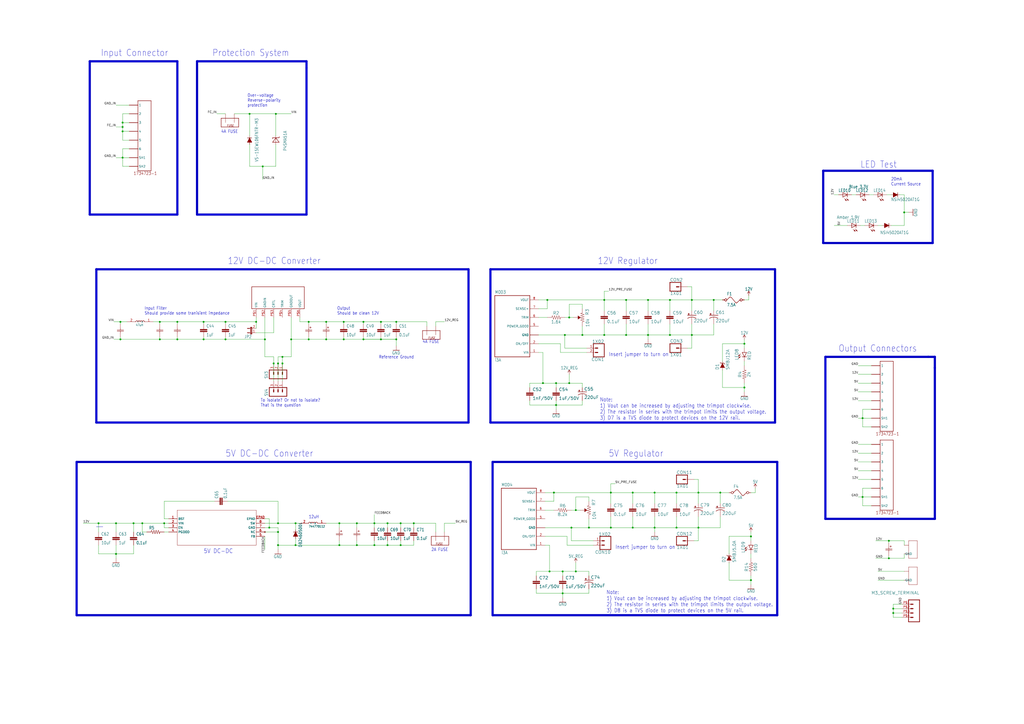
<source format=kicad_sch>
(kicad_sch (version 20230121) (generator eeschema)
  (paper "A2")
  (title_block (title "Fuel Cell Power Board") (rev "Version 2.0") (company "EcoCar"))
  (junction (at 322.58 234.95))
  (junction (at 161.29 303.53))
  (junction (at 168.91 196.85))
  (junction (at 95.25 303.53))
  (junction (at 354.33 306.07))
  (junction (at 330.2 184.15))
  (junction (at 350.52 194.31))
  (junction (at 156.21 306.07))
  (junction (at 161.29 316.23))
  (junction (at 330.2 222.25))
  (junction (at 67.31 303.53))
  (junction (at 71.12 73.66))
  (junction (at 401.32 173.99))
  (junction (at 518.16 353.06))
  (junction (at 144.78 66.04))
  (junction (at 77.47 303.53))
  (junction (at 363.22 173.99))
  (junction (at 130.81 196.85))
  (junction (at 431.8 199.39))
  (junction (at 367.03 306.07))
  (junction (at 118.11 196.85))
  (junction (at 153.67 196.85))
  (junction (at 69.85 186.69))
  (junction (at 334.01 295.91))
  (junction (at 350.52 173.99))
  (junction (at 220.98 186.69))
  (junction (at 337.82 194.31))
  (junction (at 515.62 323.85))
  (junction (at 379.73 306.07))
  (junction (at 322.58 222.25))
  (junction (at 232.41 316.23))
  (junction (at 69.85 196.85))
  (junction (at 405.13 306.07))
  (junction (at 71.12 91.44))
  (junction (at 392.43 285.75))
  (junction (at 130.81 186.69))
  (junction (at 118.11 186.69))
  (junction (at 199.39 196.85))
  (junction (at 161.29 210.82))
  (junction (at 217.17 303.53))
  (junction (at 417.83 285.75))
  (junction (at 220.98 196.85))
  (junction (at 210.82 186.69))
  (junction (at 196.85 316.23))
  (junction (at 171.45 303.53))
  (junction (at 160.02 66.04))
  (junction (at 82.55 303.53))
  (junction (at 500.38 242.57))
  (junction (at 414.02 173.99))
  (junction (at 224.79 303.53))
  (junction (at 405.13 285.75))
  (junction (at 240.03 303.53))
  (junction (at 375.92 173.99))
  (junction (at 314.96 222.25))
  (junction (at 67.31 321.31))
  (junction (at 518.16 355.6))
  (junction (at 379.73 285.75))
  (junction (at 92.71 186.69))
  (junction (at 158.75 210.82))
  (junction (at 163.83 207.01))
  (junction (at 148.59 186.69))
  (junction (at 179.07 186.69))
  (junction (at 334.01 331.47))
  (junction (at 171.45 316.23))
  (junction (at 326.39 331.47))
  (junction (at 161.29 308.61))
  (junction (at 321.31 285.75))
  (junction (at 71.12 76.2))
  (junction (at 354.33 285.75))
  (junction (at 392.43 306.07))
  (junction (at 163.83 210.82))
  (junction (at 229.87 196.85))
  (junction (at 102.87 186.69))
  (junction (at 524.51 123.19))
  (junction (at 199.39 186.69))
  (junction (at 515.62 313.69))
  (junction (at 189.23 186.69))
  (junction (at 57.15 303.53))
  (junction (at 224.79 316.23))
  (junction (at 331.47 306.07))
  (junction (at 431.8 224.79))
  (junction (at 71.12 71.12))
  (junction (at 375.92 194.31))
  (junction (at 388.62 194.31))
  (junction (at 210.82 196.85))
  (junction (at 327.66 194.31))
  (junction (at 341.63 306.07))
  (junction (at 102.87 196.85))
  (junction (at 196.85 303.53))
  (junction (at 317.5 173.99))
  (junction (at 367.03 285.75))
  (junction (at 217.17 316.23))
  (junction (at 207.01 303.53))
  (junction (at 326.39 344.17))
  (junction (at 152.4 96.52))
  (junction (at 435.61 311.15))
  (junction (at 92.71 196.85))
  (junction (at 500.38 288.29))
  (junction (at 388.62 173.99))
  (junction (at 189.23 196.85))
  (junction (at 232.41 303.53))
  (junction (at 401.32 194.31))
  (junction (at 229.87 186.69))
  (junction (at 318.77 331.47))
  (junction (at 363.22 194.31))
  (junction (at 179.07 196.85))
  (junction (at 207.01 316.23))
  (junction (at 435.61 336.55))
  (wire (pts (xy 316.23 290.83) (xy 321.31 290.83)) (stroke (width 0.1524)))
  (wire (pts (xy 171.45 316.23) (xy 196.85 316.23)) (stroke (width 0.1524)))
  (wire (pts (xy 350.52 180.34) (xy 350.52 173.99)) (stroke (width 0.1524)))
  (wire (pts (xy 337.82 189.23) (xy 337.82 194.31)) (stroke (width 0.1524)))
  (wire (pts (xy 518.16 355.6) (xy 518.16 358.14)) (stroke (width 0.1524)))
  (wire (pts (xy 402.59 278.13) (xy 405.13 278.13)) (stroke (width 0.1524)))
  (wire (pts (xy 328.93 311.15) (xy 328.93 316.23)) (stroke (width 0.1524)))
  (wire (pts (xy 354.33 299.72) (xy 354.33 306.07)) (stroke (width 0.1524)))
  (wire (pts (xy 431.8 222.25) (xy 431.8 224.79)) (stroke (width 0.1524)))
  (wire (pts (xy 405.13 292.1) (xy 405.13 285.75)) (stroke (width 0.1524)))
  (wire (pts (xy 74.93 91.44) (xy 73.66 91.44)))
  (wire (pts (xy 321.31 285.75) (xy 354.33 285.75)) (stroke (width 0.1524)))
  (wire (pts (xy 317.5 173.99) (xy 350.52 173.99)) (stroke (width 0.1524)))
  (wire (pts (xy 311.15 334.01) (xy 311.15 331.47)) (stroke (width 0.1524)))
  (wire (pts (xy 356.87 280.67) (xy 354.33 280.67)) (stroke (width 0.1524)))
  (wire (pts (xy 189.23 196.85) (xy 199.39 196.85)))
  (wire (pts (xy 379.73 292.1) (xy 379.73 285.75)) (stroke (width 0.1524)))
  (wire (pts (xy 67.31 316.23) (xy 67.31 321.31)) (stroke (width 0.1524)))
  (polyline (pts (xy 55.88 156.21) (xy 271.78 156.21)) (stroke (width 1.27) (type solid)))
  (wire (pts (xy 500.38 283.21) (xy 505.46 283.21)) (stroke (width 0.1524)))
  (wire (pts (xy 196.85 306.07) (xy 196.85 303.53)) (stroke (width 0.1524)))
  (wire (pts (xy 224.79 306.07) (xy 224.79 303.53)) (stroke (width 0.1524)))
  (wire (pts (xy 341.63 331.47) (xy 341.63 334.01)) (stroke (width 0.1524)))
  (wire (pts (xy 316.23 316.23) (xy 318.77 316.23)) (stroke (width 0.1524)))
  (wire (pts (xy 189.23 187.96) (xy 189.23 186.69)) (stroke (width 0.1524)))
  (wire (pts (xy 405.13 306.07) (xy 417.83 306.07)) (stroke (width 0.1524)))
  (polyline (pts (xy 478.79 207.01) (xy 478.79 300.99)) (stroke (width 1.27) (type solid)))
  (wire (pts (xy 92.71 195.58) (xy 92.71 196.85)))
  (polyline (pts (xy 177.8 124.46) (xy 177.8 39.37)) (stroke (width 1.27) (type solid)))
  (wire (pts (xy 168.91 196.85) (xy 168.91 207.01)) (stroke (width 0.1524)))
  (wire (pts (xy 163.83 210.82) (xy 163.83 220.98)) (stroke (width 0.1524)))
  (wire (pts (xy 148.59 193.04) (xy 158.75 193.04)) (stroke (width 0.1524)))
  (wire (pts (xy 77.47 303.53) (xy 67.31 303.53)) (stroke (width 0.1524)))
  (wire (pts (xy 160.02 66.04) (xy 168.91 66.04)) (stroke (width 0.1524)))
  (wire (pts (xy 71.12 71.12) (xy 71.12 66.04)) (stroke (width 0.1524)))
  (polyline (pts (xy 52.07 35.56) (xy 102.87 35.56)) (stroke (width 1.27) (type solid)))
  (wire (pts (xy 158.75 193.04) (xy 158.75 184.15)) (stroke (width 0.1524)))
  (wire (pts (xy 48.26 303.53) (xy 57.15 303.53)))
  (wire (pts (xy 173.99 186.69) (xy 179.07 186.69)) (stroke (width 0.1524)))
  (wire (pts (xy 354.33 280.67) (xy 354.33 285.75)) (stroke (width 0.1524)))
  (wire (pts (xy 71.12 86.36) (xy 72.39 86.36)) (stroke (width 0.1524)))
  (wire (pts (xy 57.15 321.31) (xy 57.15 316.23)) (stroke (width 0.1524)))
  (wire (pts (xy 422.91 311.15) (xy 422.91 321.31)) (stroke (width 0.1524)))
  (wire (pts (xy 171.45 316.23) (xy 171.45 312.42)) (stroke (width 0.1524)))
  (polyline (pts (xy 449.58 245.11) (xy 284.48 245.11)) (stroke (width 1.27) (type solid)))
  (wire (pts (xy 321.31 285.75) (xy 316.23 285.75)) (stroke (width 0.1524)))
  (wire (pts (xy 422.91 336.55) (xy 435.61 336.55)) (stroke (width 0.1524)))
  (wire (pts (xy 82.55 308.61) (xy 85.09 308.61)) (stroke (width 0.1524)))
  (wire (pts (xy 524.51 113.03) (xy 521.97 113.03)) (stroke (width 0.1524)))
  (polyline (pts (xy 450.85 356.87) (xy 285.75 356.87)) (stroke (width 1.27) (type solid)))
  (wire (pts (xy 232.41 316.23) (xy 240.03 316.23)) (stroke (width 0.1524)))
  (wire (pts (xy 220.98 195.58) (xy 220.98 196.85)))
  (wire (pts (xy 414.02 180.34) (xy 414.02 173.99)) (stroke (width 0.1524)))
  (wire (pts (xy 67.31 303.53) (xy 57.15 303.53)) (stroke (width 0.1524)))
  (wire (pts (xy 210.82 187.96) (xy 210.82 186.69)) (stroke (width 0.1524)))
  (polyline (pts (xy 478.79 300.99) (xy 542.29 300.99)) (stroke (width 1.27) (type solid)))
  (wire (pts (xy 207.01 306.07) (xy 207.01 303.53)) (stroke (width 0.1524)))
  (wire (pts (xy 314.96 204.47) (xy 314.96 222.25)) (stroke (width 0.1524)))
  (wire (pts (xy 161.29 303.53) (xy 153.67 303.53)) (stroke (width 0.1524)))
  (wire (pts (xy 160.02 66.04) (xy 160.02 78.74)) (stroke (width 0.1524)))
  (wire (pts (xy 508 313.69) (xy 515.62 313.69)) (stroke (width 0.1524)))
  (wire (pts (xy 419.1 224.79) (xy 431.8 224.79)) (stroke (width 0.1524)))
  (wire (pts (xy 363.22 173.99) (xy 375.92 173.99)) (stroke (width 0.1524)))
  (wire (pts (xy 153.67 311.15) (xy 153.67 318.77)) (stroke (width 0.1524)))
  (wire (pts (xy 363.22 194.31) (xy 375.92 194.31)) (stroke (width 0.1524)))
  (wire (pts (xy 220.98 187.96) (xy 220.98 186.69)) (stroke (width 0.1524)))
  (wire (pts (xy 232.41 313.69) (xy 232.41 316.23)) (stroke (width 0.1524)))
  (wire (pts (xy 95.25 308.61) (xy 97.79 308.61)) (stroke (width 0.1524)))
  (polyline (pts (xy 538.48 207.01) (xy 542.29 207.01)) (stroke (width 1.27) (type solid)))
  (wire (pts (xy 330.2 222.25) (xy 337.82 222.25)) (stroke (width 0.1524)))
  (wire (pts (xy 196.85 313.69) (xy 196.85 316.23)) (stroke (width 0.1524)))
  (wire (pts (xy 414.02 187.96) (xy 414.02 194.31)) (stroke (width 0.1524)))
  (wire (pts (xy 156.21 300.99) (xy 156.21 306.07)) (stroke (width 0.1524)))
  (polyline (pts (xy 477.52 99.06) (xy 541.02 99.06)) (stroke (width 1.27) (type solid)))
  (wire (pts (xy 337.82 176.53) (xy 330.2 176.53)) (stroke (width 0.1524)))
  (wire (pts (xy 334.01 295.91) (xy 336.55 295.91)) (stroke (width 0.1524)))
  (wire (pts (xy 341.63 306.07) (xy 354.33 306.07)) (stroke (width 0.1524)))
  (wire (pts (xy 505.46 242.57) (xy 500.38 242.57)) (stroke (width 0.1524)))
  (wire (pts (xy 69.85 186.69) (xy 66.04 186.69)) (stroke (width 0.1524)))
  (wire (pts (xy 161.29 306.07) (xy 161.29 308.61)) (stroke (width 0.1524)))
  (wire (pts (xy 168.91 184.15) (xy 168.91 196.85)) (stroke (width 0.1524)))
  (wire (pts (xy 388.62 187.96) (xy 388.62 194.31)) (stroke (width 0.1524)))
  (wire (pts (xy 422.91 326.39) (xy 422.91 336.55)) (stroke (width 0.1524)))
  (polyline (pts (xy 477.52 99.06) (xy 477.52 140.97)) (stroke (width 1.27) (type solid)))
  (wire (pts (xy 401.32 201.93) (xy 398.78 201.93)) (stroke (width 0.1524)))
  (wire (pts (xy 435.61 334.01) (xy 435.61 336.55)) (stroke (width 0.1524)))
  (wire (pts (xy 515.62 323.85) (xy 508 323.85)) (stroke (width 0.1524)))
  (wire (pts (xy 161.29 316.23) (xy 171.45 316.23)) (stroke (width 0.1524)))
  (wire (pts (xy 438.15 285.75) (xy 438.15 283.21)) (stroke (width 0.1524)))
  (wire (pts (xy 229.87 196.85) (xy 229.87 200.66)) (stroke (width 0.1524)))
  (wire (pts (xy 500.38 247.65) (xy 500.38 242.57)) (stroke (width 0.1524)))
  (polyline (pts (xy 285.75 267.97) (xy 285.75 356.87)) (stroke (width 1.27) (type solid)))
  (wire (pts (xy 158.75 207.01) (xy 158.75 210.82)) (stroke (width 0.1524)))
  (wire (pts (xy 331.47 306.07) (xy 316.23 306.07)) (stroke (width 0.1524)))
  (wire (pts (xy 431.8 224.79) (xy 431.8 227.33)) (stroke (width 0.1524)))
  (wire (pts (xy 330.2 176.53) (xy 330.2 184.15)) (stroke (width 0.1524)))
  (wire (pts (xy 515.62 322.58) (xy 515.62 323.85)))
  (wire (pts (xy 330.2 217.17) (xy 330.2 222.25)) (stroke (width 0.1524)))
  (wire (pts (xy 161.29 316.23) (xy 161.29 318.77)) (stroke (width 0.1524)))
  (wire (pts (xy 77.47 308.61) (xy 77.47 303.53)) (stroke (width 0.1524)))
  (wire (pts (xy 217.17 313.69) (xy 217.17 316.23)) (stroke (width 0.1524)))
  (wire (pts (xy 71.12 66.04) (xy 74.93 66.04)) (stroke (width 0.1524)))
  (wire (pts (xy 326.39 341.63) (xy 326.39 344.17)) (stroke (width 0.1524)))
  (wire (pts (xy 524.51 331.47) (xy 509.27 331.47)) (stroke (width 0.1524)))
  (wire (pts (xy 500.38 293.37) (xy 500.38 288.29)) (stroke (width 0.1524)))
  (wire (pts (xy 153.67 196.85) (xy 153.67 207.01)) (stroke (width 0.1524)))
  (wire (pts (xy 171.45 303.53) (xy 173.99 303.53)) (stroke (width 0.1524)))
  (polyline (pts (xy 52.07 124.46) (xy 52.07 35.56)) (stroke (width 1.27) (type solid)))
  (polyline (pts (xy 541.02 99.06) (xy 541.02 140.97)) (stroke (width 1.27) (type solid)))
  (wire (pts (xy 500.38 242.57) (xy 500.38 237.49)) (stroke (width 0.1524)))
  (wire (pts (xy 337.82 234.95) (xy 337.82 232.41)) (stroke (width 0.1524)))
  (wire (pts (xy 523.24 355.6) (xy 518.16 355.6)) (stroke (width 0.1524)))
  (wire (pts (xy 500.38 288.29) (xy 500.38 283.21)) (stroke (width 0.1524)))
  (wire (pts (xy 152.4 96.52) (xy 160.02 96.52)) (stroke (width 0.1524)))
  (wire (pts (xy 95.25 306.07) (xy 97.79 306.07)) (stroke (width 0.1524)))
  (wire (pts (xy 163.83 207.01) (xy 161.29 207.01)) (stroke (width 0.1524)))
  (wire (pts (xy 220.98 196.85) (xy 229.87 196.85)))
  (wire (pts (xy 311.15 331.47) (xy 318.77 331.47)) (stroke (width 0.1524)))
  (wire (pts (xy 92.71 196.85) (xy 102.87 196.85)) (stroke (width 0.1524)))
  (wire (pts (xy 431.8 199.39) (xy 431.8 196.85)) (stroke (width 0.1524)))
  (wire (pts (xy 240.03 306.07) (xy 240.03 303.53)) (stroke (width 0.1524)))
  (wire (pts (xy 500.38 288.29) (xy 497.84 288.29)) (stroke (width 0.1524)))
  (wire (pts (xy 405.13 299.72) (xy 405.13 306.07)) (stroke (width 0.1524)))
  (polyline (pts (xy 52.07 124.46) (xy 102.87 124.46)) (stroke (width 1.27) (type solid)))
  (wire (pts (xy 240.03 316.23) (xy 240.03 313.69)) (stroke (width 0.1524)))
  (wire (pts (xy 341.63 300.99) (xy 341.63 306.07)) (stroke (width 0.1524)))
  (wire (pts (xy 95.25 300.99) (xy 97.79 300.99)) (stroke (width 0.1524)))
  (wire (pts (xy 505.46 222.25) (xy 497.84 222.25)) (stroke (width 0.1524)))
  (wire (pts (xy 500.38 242.57) (xy 497.84 242.57)) (stroke (width 0.1524)))
  (wire (pts (xy 102.87 187.96) (xy 102.87 186.69)) (stroke (width 0.1524)))
  (wire (pts (xy 524.51 321.31) (xy 524.51 323.85)) (stroke (width 0.1524)))
  (wire (pts (xy 71.12 81.28) (xy 71.12 76.2)) (stroke (width 0.1524)))
  (wire (pts (xy 95.25 290.83) (xy 124.46 290.83)) (stroke (width 0.1524)))
  (wire (pts (xy 379.73 285.75) (xy 392.43 285.75)) (stroke (width 0.1524)))
  (wire (pts (xy 217.17 306.07) (xy 217.17 303.53)) (stroke (width 0.1524)))
  (wire (pts (xy 322.58 222.25) (xy 322.58 224.79)) (stroke (width 0.1524)))
  (wire (pts (xy 312.42 179.07) (xy 317.5 179.07)) (stroke (width 0.1524)))
  (wire (pts (xy 392.43 306.07) (xy 405.13 306.07)) (stroke (width 0.1524)))
  (wire (pts (xy 497.84 257.81) (xy 505.46 257.81)) (stroke (width 0.1524)))
  (wire (pts (xy 71.12 73.66) (xy 71.12 71.12)) (stroke (width 0.1524)))
  (wire (pts (xy 497.84 212.09) (xy 505.46 212.09)) (stroke (width 0.1524)))
  (wire (pts (xy 82.55 308.61) (xy 82.55 303.53)) (stroke (width 0.1524)))
  (wire (pts (xy 161.29 308.61) (xy 161.29 316.23)) (stroke (width 0.1524)))
  (wire (pts (xy 74.93 71.12) (xy 73.66 71.12)))
  (wire (pts (xy 316.23 311.15) (xy 328.93 311.15)) (stroke (width 0.1524)))
  (wire (pts (xy 505.46 278.13) (xy 497.84 278.13)) (stroke (width 0.1524)))
  (polyline (pts (xy 55.88 245.11) (xy 271.78 245.11)) (stroke (width 1.27) (type solid)))
  (wire (pts (xy 144.78 96.52) (xy 152.4 96.52)) (stroke (width 0.1524)))
  (wire (pts (xy 330.2 184.15) (xy 332.74 184.15)) (stroke (width 0.1524)))
  (wire (pts (xy 144.78 83.82) (xy 144.78 96.52)) (stroke (width 0.1524)))
  (wire (pts (xy 67.31 308.61) (xy 67.31 303.53)) (stroke (width 0.1524)))
  (wire (pts (xy 158.75 210.82) (xy 158.75 220.98)) (stroke (width 0.1524)))
  (wire (pts (xy 341.63 288.29) (xy 334.01 288.29)) (stroke (width 0.1524)))
  (wire (pts (xy 77.47 316.23) (xy 77.47 321.31)) (stroke (width 0.1524)))
  (wire (pts (xy 334.01 326.39) (xy 334.01 331.47)) (stroke (width 0.1524)))
  (wire (pts (xy 524.51 323.85) (xy 515.62 323.85)) (stroke (width 0.1524)))
  (polyline (pts (xy 273.05 356.87) (xy 273.05 267.97)) (stroke (width 1.27) (type solid)))
  (wire (pts (xy 77.47 321.31) (xy 67.31 321.31)) (stroke (width 0.1524)))
  (wire (pts (xy 414.02 173.99) (xy 419.1 173.99)) (stroke (width 0.1524)))
  (wire (pts (xy 307.34 232.41) (xy 307.34 234.95)) (stroke (width 0.1524)))
  (wire (pts (xy 321.31 290.83) (xy 321.31 285.75)) (stroke (width 0.1524)))
  (wire (pts (xy 210.82 196.85) (xy 220.98 196.85)))
  (wire (pts (xy 401.32 194.31) (xy 414.02 194.31)) (stroke (width 0.1524)))
  (wire (pts (xy 102.87 186.69) (xy 92.71 186.69)) (stroke (width 0.1524)))
  (wire (pts (xy 71.12 76.2) (xy 71.12 73.66)) (stroke (width 0.1524)))
  (wire (pts (xy 524.51 123.19) (xy 527.05 123.19)) (stroke (width 0.1524)))
  (wire (pts (xy 199.39 195.58) (xy 199.39 196.85)))
  (wire (pts (xy 431.8 173.99) (xy 434.34 173.99)) (stroke (width 0.1524)))
  (wire (pts (xy 518.16 353.06) (xy 518.16 355.6)) (stroke (width 0.1524)))
  (wire (pts (xy 486.41 113.03) (xy 483.87 113.03)) (stroke (width 0.1524)))
  (wire (pts (xy 419.1 214.63) (xy 419.1 224.79)) (stroke (width 0.1524)))
  (wire (pts (xy 229.87 186.69) (xy 247.65 186.69)) (stroke (width 0.1524)))
  (wire (pts (xy 435.61 285.75) (xy 438.15 285.75)) (stroke (width 0.1524)))
  (wire (pts (xy 354.33 306.07) (xy 367.03 306.07)) (stroke (width 0.1524)))
  (polyline (pts (xy 542.29 207.01) (xy 542.29 213.36)) (stroke (width 1.27) (type solid)))
  (wire (pts (xy 331.47 295.91) (xy 334.01 295.91)) (stroke (width 0.1524)))
  (wire (pts (xy 311.15 344.17) (xy 326.39 344.17)) (stroke (width 0.1524)))
  (wire (pts (xy 388.62 194.31) (xy 401.32 194.31)) (stroke (width 0.1524)))
  (wire (pts (xy 130.81 196.85) (xy 153.67 196.85)) (stroke (width 0.1524)))
  (wire (pts (xy 82.55 303.53) (xy 95.25 303.53)) (stroke (width 0.1524)))
  (wire (pts (xy 102.87 196.85) (xy 118.11 196.85)) (stroke (width 0.1524)))
  (wire (pts (xy 229.87 196.85) (xy 229.87 195.58)) (stroke (width 0.1524)))
  (wire (pts (xy 350.52 173.99) (xy 363.22 173.99)) (stroke (width 0.1524)))
  (wire (pts (xy 67.31 321.31) (xy 67.31 323.85)) (stroke (width 0.1524)))
  (wire (pts (xy 257.81 303.53) (xy 257.81 308.61)) (stroke (width 0.1524)))
  (wire (pts (xy 130.81 66.04) (xy 125.73 66.04)) (stroke (width 0.1524)))
  (wire (pts (xy 350.52 168.91) (xy 350.52 173.99)) (stroke (width 0.1524)))
  (wire (pts (xy 217.17 303.53) (xy 224.79 303.53)) (stroke (width 0.1524)))
  (wire (pts (xy 312.42 184.15) (xy 317.5 184.15)) (stroke (width 0.1524)))
  (wire (pts (xy 354.33 292.1) (xy 354.33 285.75)) (stroke (width 0.1524)))
  (wire (pts (xy 363.22 180.34) (xy 363.22 173.99)) (stroke (width 0.1524)))
  (wire (pts (xy 74.93 60.96) (xy 73.66 60.96)))
  (wire (pts (xy 516.89 130.81) (xy 524.51 130.81)) (stroke (width 0.1524)))
  (wire (pts (xy 135.89 66.04) (xy 144.78 66.04)) (stroke (width 0.1524)))
  (wire (pts (xy 144.78 66.04) (xy 144.78 78.74)) (stroke (width 0.1524)))
  (wire (pts (xy 307.34 224.79) (xy 307.34 222.25)) (stroke (width 0.1524)))
  (wire (pts (xy 431.8 199.39) (xy 419.1 199.39)) (stroke (width 0.1524)))
  (wire (pts (xy 152.4 96.52) (xy 152.4 104.14)) (stroke (width 0.1524)))
  (wire (pts (xy 327.66 194.31) (xy 312.42 194.31)) (stroke (width 0.1524)))
  (wire (pts (xy 401.32 187.96) (xy 401.32 194.31)) (stroke (width 0.1524)))
  (wire (pts (xy 161.29 303.53) (xy 171.45 303.53)) (stroke (width 0.1524)))
  (wire (pts (xy 224.79 313.69) (xy 224.79 316.23)) (stroke (width 0.1524)))
  (wire (pts (xy 417.83 299.72) (xy 417.83 306.07)) (stroke (width 0.1524)))
  (polyline (pts (xy 114.3 124.46) (xy 114.3 123.19)) (stroke (width 1.27) (type solid)))
  (wire (pts (xy 523.24 350.52) (xy 518.16 350.52)) (stroke (width 0.1524)))
  (wire (pts (xy 379.73 299.72) (xy 379.73 306.07)) (stroke (width 0.1524)))
  (wire (pts (xy 401.32 173.99) (xy 414.02 173.99)) (stroke (width 0.1524)))
  (wire (pts (xy 67.31 73.66) (xy 71.12 73.66)))
  (wire (pts (xy 173.99 184.15) (xy 173.99 186.69)) (stroke (width 0.1524)))
  (wire (pts (xy 354.33 285.75) (xy 367.03 285.75)) (stroke (width 0.1524)))
  (wire (pts (xy 207.01 313.69) (xy 207.01 316.23)) (stroke (width 0.1524)))
  (wire (pts (xy 367.03 299.72) (xy 367.03 306.07)) (stroke (width 0.1524)))
  (polyline (pts (xy 55.88 245.11) (xy 55.88 156.21)) (stroke (width 1.27) (type solid)))
  (wire (pts (xy 95.25 303.53) (xy 97.79 303.53)) (stroke (width 0.1524)))
  (wire (pts (xy 318.77 331.47) (xy 326.39 331.47)) (stroke (width 0.1524)))
  (polyline (pts (xy 114.3 123.19) (xy 114.3 35.56)) (stroke (width 1.27) (type solid)))
  (wire (pts (xy 95.25 303.53) (xy 95.25 306.07)) (stroke (width 0.1524)))
  (wire (pts (xy 207.01 316.23) (xy 217.17 316.23)) (stroke (width 0.1524)))
  (wire (pts (xy 322.58 232.41) (xy 322.58 234.95)) (stroke (width 0.1524)))
  (wire (pts (xy 337.82 222.25) (xy 337.82 224.79)) (stroke (width 0.1524)))
  (wire (pts (xy 344.17 313.69) (xy 331.47 313.69)) (stroke (width 0.1524)))
  (wire (pts (xy 367.03 306.07) (xy 379.73 306.07)) (stroke (width 0.1524)))
  (wire (pts (xy 161.29 207.01) (xy 161.29 210.82)) (stroke (width 0.1524)))
  (wire (pts (xy 312.42 204.47) (xy 314.96 204.47)) (stroke (width 0.1524)))
  (wire (pts (xy 210.82 195.58) (xy 210.82 196.85)))
  (wire (pts (xy 179.07 195.58) (xy 179.07 196.85)))
  (wire (pts (xy 350.52 187.96) (xy 350.52 194.31)) (stroke (width 0.1524)))
  (wire (pts (xy 240.03 303.53) (xy 252.73 303.53)) (stroke (width 0.1524)))
  (wire (pts (xy 102.87 195.58) (xy 102.87 196.85)))
  (wire (pts (xy 505.46 273.05) (xy 497.84 273.05)) (stroke (width 0.1524)))
  (wire (pts (xy 130.81 187.96) (xy 130.81 186.69)) (stroke (width 0.1524)))
  (wire (pts (xy 224.79 303.53) (xy 232.41 303.53)) (stroke (width 0.1524)))
  (polyline (pts (xy 114.3 35.56) (xy 177.8 35.56)) (stroke (width 1.27) (type solid)))
  (wire (pts (xy 417.83 285.75) (xy 422.91 285.75)) (stroke (width 0.1524)))
  (polyline (pts (xy 102.87 124.46) (xy 102.87 35.56)) (stroke (width 1.27) (type solid)))
  (wire (pts (xy 179.07 186.69) (xy 189.23 186.69)) (stroke (width 0.1524)))
  (wire (pts (xy 229.87 186.69) (xy 229.87 187.96)) (stroke (width 0.1524)))
  (wire (pts (xy 153.67 300.99) (xy 156.21 300.99)) (stroke (width 0.1524)))
  (polyline (pts (xy 285.75 267.97) (xy 450.85 267.97)) (stroke (width 1.27) (type solid)))
  (wire (pts (xy 494.03 113.03) (xy 496.57 113.03)) (stroke (width 0.1524)))
  (wire (pts (xy 252.73 186.69) (xy 257.81 186.69)) (stroke (width 0.1524)))
  (wire (pts (xy 375.92 187.96) (xy 375.92 194.31)) (stroke (width 0.1524)))
  (wire (pts (xy 331.47 313.69) (xy 331.47 306.07)) (stroke (width 0.1524)))
  (wire (pts (xy 363.22 187.96) (xy 363.22 194.31)) (stroke (width 0.1524)))
  (wire (pts (xy 435.61 313.69) (xy 435.61 311.15)) (stroke (width 0.1524)))
  (wire (pts (xy 375.92 173.99) (xy 388.62 173.99)) (stroke (width 0.1524)))
  (wire (pts (xy 524.51 336.55) (xy 509.27 336.55)) (stroke (width 0.1524)))
  (wire (pts (xy 168.91 196.85) (xy 179.07 196.85)) (stroke (width 0.1524)))
  (wire (pts (xy 392.43 292.1) (xy 392.43 285.75)) (stroke (width 0.1524)))
  (wire (pts (xy 71.12 91.44) (xy 71.12 86.36)) (stroke (width 0.1524)))
  (wire (pts (xy 405.13 278.13) (xy 405.13 285.75)) (stroke (width 0.1524)))
  (polyline (pts (xy 177.8 124.46) (xy 114.3 124.46)) (stroke (width 1.27) (type solid)))
  (wire (pts (xy 505.46 247.65) (xy 500.38 247.65)) (stroke (width 0.1524)))
  (polyline (pts (xy 44.45 267.97) (xy 44.45 356.87)) (stroke (width 1.27) (type solid)))
  (wire (pts (xy 163.83 207.01) (xy 163.83 210.82)) (stroke (width 0.1524)))
  (wire (pts (xy 189.23 195.58) (xy 189.23 196.85)))
  (wire (pts (xy 148.59 190.5) (xy 148.59 186.69)) (stroke (width 0.1524)))
  (wire (pts (xy 326.39 331.47) (xy 326.39 334.01)) (stroke (width 0.1524)))
  (wire (pts (xy 405.13 306.07) (xy 405.13 313.69)) (stroke (width 0.1524)))
  (wire (pts (xy 435.61 311.15) (xy 422.91 311.15)) (stroke (width 0.1524)))
  (wire (pts (xy 69.85 187.96) (xy 69.85 186.69)) (stroke (width 0.1524)))
  (wire (pts (xy 327.66 201.93) (xy 327.66 194.31)) (stroke (width 0.1524)))
  (wire (pts (xy 401.32 194.31) (xy 401.32 201.93)) (stroke (width 0.1524)))
  (polyline (pts (xy 271.78 245.11) (xy 271.78 156.21)) (stroke (width 1.27) (type solid)))
  (wire (pts (xy 199.39 196.85) (xy 210.82 196.85)))
  (wire (pts (xy 217.17 316.23) (xy 224.79 316.23)) (stroke (width 0.1524)))
  (wire (pts (xy 67.31 321.31) (xy 57.15 321.31)) (stroke (width 0.1524)))
  (wire (pts (xy 69.85 186.69) (xy 73.66 186.69)) (stroke (width 0.1524)))
  (wire (pts (xy 327.66 184.15) (xy 330.2 184.15)) (stroke (width 0.1524)))
  (wire (pts (xy 210.82 186.69) (xy 220.98 186.69)) (stroke (width 0.1524)))
  (wire (pts (xy 160.02 83.82) (xy 160.02 96.52)) (stroke (width 0.1524)))
  (wire (pts (xy 341.63 344.17) (xy 341.63 341.63)) (stroke (width 0.1524)))
  (wire (pts (xy 69.85 196.85) (xy 92.71 196.85)) (stroke (width 0.1524)))
  (wire (pts (xy 405.13 313.69) (xy 402.59 313.69)) (stroke (width 0.1524)))
  (wire (pts (xy 132.08 290.83) (xy 161.29 290.83)) (stroke (width 0.1524)))
  (wire (pts (xy 189.23 186.69) (xy 199.39 186.69)) (stroke (width 0.1524)))
  (wire (pts (xy 524.51 313.69) (xy 515.62 313.69)) (stroke (width 0.1524)))
  (wire (pts (xy 500.38 237.49) (xy 505.46 237.49)) (stroke (width 0.1524)))
  (wire (pts (xy 341.63 290.83) (xy 341.63 288.29)) (stroke (width 0.1524)))
  (wire (pts (xy 322.58 234.95) (xy 322.58 237.49)) (stroke (width 0.1524)))
  (polyline (pts (xy 478.79 207.01) (xy 538.48 207.01)) (stroke (width 1.27) (type solid)))
  (wire (pts (xy 156.21 306.07) (xy 161.29 306.07)) (stroke (width 0.1524)))
  (wire (pts (xy 340.36 201.93) (xy 327.66 201.93)) (stroke (width 0.1524)))
  (wire (pts (xy 118.11 196.85) (xy 130.81 196.85)) (stroke (width 0.1524)))
  (wire (pts (xy 334.01 331.47) (xy 341.63 331.47)) (stroke (width 0.1524)))
  (wire (pts (xy 118.11 186.69) (xy 102.87 186.69)) (stroke (width 0.1524)))
  (wire (pts (xy 379.73 306.07) (xy 392.43 306.07)) (stroke (width 0.1524)))
  (wire (pts (xy 350.52 194.31) (xy 363.22 194.31)) (stroke (width 0.1524)))
  (wire (pts (xy 316.23 295.91) (xy 321.31 295.91)) (stroke (width 0.1524)))
  (wire (pts (xy 196.85 316.23) (xy 207.01 316.23)) (stroke (width 0.1524)))
  (wire (pts (xy 334.01 288.29) (xy 334.01 295.91)) (stroke (width 0.1524)))
  (wire (pts (xy 69.85 195.58) (xy 69.85 196.85)))
  (wire (pts (xy 210.82 196.85) (xy 220.98 196.85)) (stroke (width 0.1524)))
  (wire (pts (xy 179.07 187.96) (xy 179.07 186.69)) (stroke (width 0.1524)))
  (wire (pts (xy 153.67 308.61) (xy 161.29 308.61)) (stroke (width 0.1524)))
  (wire (pts (xy 57.15 303.53) (xy 57.15 308.61)) (stroke (width 0.1524)))
  (wire (pts (xy 375.92 194.31) (xy 375.92 196.85)) (stroke (width 0.1524)))
  (wire (pts (xy 317.5 179.07) (xy 317.5 173.99)) (stroke (width 0.1524)))
  (wire (pts (xy 232.41 306.07) (xy 232.41 303.53)) (stroke (width 0.1524)))
  (wire (pts (xy 505.46 267.97) (xy 497.84 267.97)) (stroke (width 0.1524)))
  (wire (pts (xy 220.98 186.69) (xy 229.87 186.69)) (stroke (width 0.1524)))
  (wire (pts (xy 312.42 199.39) (xy 325.12 199.39)) (stroke (width 0.1524)))
  (wire (pts (xy 505.46 262.89) (xy 497.84 262.89)) (stroke (width 0.1524)))
  (wire (pts (xy 71.12 76.2) (xy 73.66 76.2)) (stroke (width 0.1524)))
  (wire (pts (xy 72.39 86.36) (xy 74.93 86.36)))
  (wire (pts (xy 491.49 130.81) (xy 483.87 130.81)) (stroke (width 0.1524)))
  (wire (pts (xy 252.73 303.53) (xy 252.73 308.61)) (stroke (width 0.1524)))
  (wire (pts (xy 74.93 76.2) (xy 73.66 76.2)))
  (polyline (pts (xy 55.88 305.562) (xy 59.69 305.562)))
  (wire (pts (xy 322.58 234.95) (xy 337.82 234.95)) (stroke (width 0.1524)))
  (wire (pts (xy 130.81 195.58) (xy 130.81 196.85)))
  (wire (pts (xy 514.35 113.03) (xy 516.89 113.03)) (stroke (width 0.1524)))
  (wire (pts (xy 264.16 303.53) (xy 257.81 303.53)) (stroke (width 0.1524)))
  (polyline (pts (xy 44.45 267.97) (xy 273.05 267.97)) (stroke (width 1.27) (type solid)))
  (wire (pts (xy 153.67 306.07) (xy 156.21 306.07)) (stroke (width 0.1524)))
  (wire (pts (xy 229.87 196.85) (xy 220.98 196.85)) (stroke (width 0.1524)))
  (wire (pts (xy 326.39 344.17) (xy 326.39 346.71)) (stroke (width 0.1524)))
  (wire (pts (xy 322.58 222.25) (xy 330.2 222.25)) (stroke (width 0.1524)))
  (wire (pts (xy 337.82 179.07) (xy 337.82 176.53)) (stroke (width 0.1524)))
  (wire (pts (xy 505.46 227.33) (xy 497.84 227.33)) (stroke (width 0.1524)))
  (wire (pts (xy 505.46 217.17) (xy 497.84 217.17)) (stroke (width 0.1524)))
  (wire (pts (xy 388.62 180.34) (xy 388.62 173.99)) (stroke (width 0.1524)))
  (polyline (pts (xy 450.85 267.97) (xy 450.85 356.87)) (stroke (width 1.27) (type solid)))
  (wire (pts (xy 95.25 300.99) (xy 95.25 290.83)) (stroke (width 0.1524)))
  (wire (pts (xy 307.34 234.95) (xy 322.58 234.95)) (stroke (width 0.1524)))
  (polyline (pts (xy 477.52 140.97) (xy 541.02 140.97)) (stroke (width 1.27) (type solid)))
  (wire (pts (xy 379.73 306.07) (xy 379.73 308.61)) (stroke (width 0.1524)))
  (wire (pts (xy 118.11 195.58) (xy 118.11 196.85)))
  (wire (pts (xy 67.31 60.96) (xy 73.66 60.96)) (stroke (width 0.1524)))
  (wire (pts (xy 337.82 194.31) (xy 327.66 194.31)) (stroke (width 0.1524)))
  (wire (pts (xy 326.39 344.17) (xy 341.63 344.17)) (stroke (width 0.1524)))
  (wire (pts (xy 509.27 130.81) (xy 511.81 130.81)) (stroke (width 0.1524)))
  (wire (pts (xy 367.03 285.75) (xy 379.73 285.75)) (stroke (width 0.1524)))
  (wire (pts (xy 130.81 186.69) (xy 148.59 186.69)) (stroke (width 0.1524)))
  (wire (pts (xy 518.16 358.14) (xy 523.24 358.14)) (stroke (width 0.1524)))
  (wire (pts (xy 524.51 123.19) (xy 524.51 113.03)) (stroke (width 0.1524)))
  (wire (pts (xy 401.32 180.34) (xy 401.32 173.99)) (stroke (width 0.1524)))
  (wire (pts (xy 71.12 81.28) (xy 74.93 81.28)))
  (wire (pts (xy 392.43 285.75) (xy 405.13 285.75)) (stroke (width 0.1524)))
  (wire (pts (xy 341.63 306.07) (xy 331.47 306.07)) (stroke (width 0.1524)))
  (wire (pts (xy 375.92 180.34) (xy 375.92 173.99)) (stroke (width 0.1524)))
  (wire (pts (xy 92.71 186.69) (xy 88.9 186.69)) (stroke (width 0.1524)))
  (wire (pts (xy 71.12 91.44) (xy 73.66 91.44)) (stroke (width 0.1524)))
  (wire (pts (xy 144.78 66.04) (xy 160.02 66.04)) (stroke (width 0.1524)))
  (wire (pts (xy 401.32 166.37) (xy 401.32 173.99)) (stroke (width 0.1524)))
  (wire (pts (xy 224.79 316.23) (xy 232.41 316.23)) (stroke (width 0.1524)))
  (polyline (pts (xy 177.8 35.56) (xy 177.8 39.37)) (stroke (width 1.27) (type solid)))
  (wire (pts (xy 179.07 196.85) (xy 189.23 196.85)))
  (wire (pts (xy 71.12 96.52) (xy 73.66 96.52)) (stroke (width 0.1524)))
  (wire (pts (xy 524.51 130.81) (xy 524.51 123.19)) (stroke (width 0.1524)))
  (wire (pts (xy 317.5 173.99) (xy 312.42 173.99)) (stroke (width 0.1524)))
  (wire (pts (xy 71.12 71.12) (xy 73.66 71.12)) (stroke (width 0.1524)))
  (wire (pts (xy 398.78 166.37) (xy 401.32 166.37)) (stroke (width 0.1524)))
  (wire (pts (xy 435.61 311.15) (xy 435.61 308.61)) (stroke (width 0.1524)))
  (wire (pts (xy 314.96 222.25) (xy 322.58 222.25)) (stroke (width 0.1524)))
  (wire (pts (xy 196.85 303.53) (xy 207.01 303.53)) (stroke (width 0.1524)))
  (polyline (pts (xy 284.48 245.11) (xy 284.48 156.21)) (stroke (width 1.27) (type solid)))
  (polyline (pts (xy 449.58 156.21) (xy 449.58 245.11)) (stroke (width 1.27) (type solid)))
  (wire (pts (xy 405.13 285.75) (xy 417.83 285.75)) (stroke (width 0.1524)))
  (wire (pts (xy 419.1 199.39) (xy 419.1 209.55)) (stroke (width 0.1524)))
  (wire (pts (xy 431.8 209.55) (xy 431.8 212.09)) (stroke (width 0.1524)))
  (wire (pts (xy 523.24 353.06) (xy 518.16 353.06)) (stroke (width 0.1524)))
  (wire (pts (xy 505.46 288.29) (xy 500.38 288.29)) (stroke (width 0.1524)))
  (wire (pts (xy 77.47 303.53) (xy 82.55 303.53)) (stroke (width 0.1524)))
  (wire (pts (xy 168.91 207.01) (xy 163.83 207.01)) (stroke (width 0.1524)))
  (wire (pts (xy 505.46 232.41) (xy 497.84 232.41)) (stroke (width 0.1524)))
  (wire (pts (xy 158.75 207.01) (xy 153.67 207.01)) (stroke (width 0.1524)))
  (wire (pts (xy 515.62 314.96) (xy 515.62 313.69)) (stroke (width 0.1524)))
  (wire (pts (xy 518.16 350.52) (xy 518.16 353.06)) (stroke (width 0.1524)))
  (wire (pts (xy 207.01 303.53) (xy 217.17 303.53)) (stroke (width 0.1524)))
  (wire (pts (xy 311.15 341.63) (xy 311.15 344.17)) (stroke (width 0.1524)))
  (wire (pts (xy 153.67 196.85) (xy 153.67 184.15)) (stroke (width 0.1524)))
  (wire (pts (xy 435.61 336.55) (xy 435.61 339.09)) (stroke (width 0.1524)))
  (wire (pts (xy 434.34 173.99) (xy 434.34 171.45)) (stroke (width 0.1524)))
  (wire (pts (xy 247.65 189.23) (xy 247.65 186.69)) (stroke (width 0.1524)))
  (wire (pts (xy 307.34 222.25) (xy 314.96 222.25)) (stroke (width 0.1524)))
  (wire (pts (xy 325.12 199.39) (xy 325.12 204.47)) (stroke (width 0.1524)))
  (wire (pts (xy 375.92 194.31) (xy 388.62 194.31)) (stroke (width 0.1524)))
  (wire (pts (xy 392.43 299.72) (xy 392.43 306.07)) (stroke (width 0.1524)))
  (wire (pts (xy 71.12 96.52) (xy 71.12 91.44)) (stroke (width 0.1524)))
  (polyline (pts (xy 44.45 356.87) (xy 273.05 356.87)) (stroke (width 1.27) (type solid)))
  (wire (pts (xy 499.11 130.81) (xy 501.65 130.81)) (stroke (width 0.1524)))
  (wire (pts (xy 199.39 186.69) (xy 210.82 186.69)) (stroke (width 0.1524)))
  (wire (pts (xy 161.29 290.83) (xy 161.29 303.53)) (stroke (width 0.1524)))
  (wire (pts (xy 318.77 316.23) (xy 318.77 331.47)) (stroke (width 0.1524)))
  (wire (pts (xy 66.04 196.85) (xy 69.85 196.85)) (stroke (width 0.1524)))
  (wire (pts (xy 505.46 293.37) (xy 500.38 293.37)) (stroke (width 0.1524)))
  (wire (pts (xy 325.12 204.47) (xy 340.36 204.47)) (stroke (width 0.1524)))
  (wire (pts (xy 171.45 307.34) (xy 171.45 303.53)) (stroke (width 0.1524)))
  (wire (pts (xy 199.39 187.96) (xy 199.39 186.69)) (stroke (width 0.1524)))
  (wire (pts (xy 435.61 321.31) (xy 435.61 323.85)) (stroke (width 0.1524)))
  (wire (pts (xy 148.59 186.69) (xy 148.59 184.15)) (stroke (width 0.1524)))
  (wire (pts (xy 328.93 316.23) (xy 344.17 316.23)) (stroke (width 0.1524)))
  (wire (pts (xy 431.8 201.93) (xy 431.8 199.39)) (stroke (width 0.1524)))
  (wire (pts (xy 326.39 331.47) (xy 334.01 331.47)) (stroke (width 0.1524)))
  (wire (pts (xy 367.03 292.1) (xy 367.03 285.75)) (stroke (width 0.1524)))
  (wire (pts (xy 252.73 189.23) (xy 252.73 186.69)) (stroke (width 0.1524)))
  (wire (pts (xy 353.06 168.91) (xy 350.52 168.91)) (stroke (width 0.1524)))
  (wire (pts (xy 217.17 303.53) (xy 217.17 298.45)) (stroke (width 0.1524)))
  (wire (pts (xy 118.11 187.96) (xy 118.11 186.69)) (stroke (width 0.1524)))
  (polyline (pts (xy 542.29 213.36) (xy 542.29 300.99)) (stroke (width 1.27) (type solid)))
  (wire (pts (xy 92.71 187.96) (xy 92.71 186.69)) (stroke (width 0.1524)))
  (polyline (pts (xy 284.48 156.21) (xy 449.58 156.21)) (stroke (width 1.27) (type solid)))
  (wire (pts (xy 337.82 194.31) (xy 350.52 194.31)) (stroke (width 0.1524)))
  (wire (pts (xy 67.31 91.44) (xy 71.12 91.44)))
  (wire (pts (xy 388.62 173.99) (xy 401.32 173.99)) (stroke (width 0.1524)))
  (wire (pts (xy 504.19 113.03) (xy 506.73 113.03)) (stroke (width 0.1524)))
  (wire (pts (xy 74.93 96.52) (xy 73.66 96.52)))
  (wire (pts (xy 189.23 303.53) (xy 196.85 303.53)) (stroke (width 0.1524)))
  (wire (pts (xy 118.11 186.69) (xy 130.81 186.69)) (stroke (width 0.1524)))
  (wire (pts (xy 161.29 210.82) (xy 161.29 220.98)) (stroke (width 0.1524)))
  (wire (pts (xy 524.51 316.23) (xy 524.51 313.69)) (stroke (width 0.1524)))
  (wire (pts (xy 417.83 292.1) (xy 417.83 285.75)) (stroke (width 0.1524)))
  (wire (pts (xy 232.41 303.53) (xy 240.03 303.53)) (stroke (width 0.1524)))
  (text "Note:\n1) Vout can be increased by adjusting the trimpot clockwise.\n2) The resistor in series with the trimpot limits the output voltage.\n3) D8 is a TVS diode to protect devices on the 5V rail." (at 351.79 355.6 0) (effects (font (size 2.1844 1.8567)) (justify left bottom)))
  (text "12V DC-DC Converter" (at 132.08 153.67 0) (effects (font (size 3.81 3.2385)) (justify left bottom)))
  (text "4A FUSE" (at 245.11 199.39 0) (effects (font (size 1.778 1.5113)) (justify left bottom)))
  (text "Insert jumper to turn on" (at 356.87 318.77 0) (effects (font (size 2.1844 1.8567)) (justify left bottom)))
  (text "Output Connectors" (at 486.41 204.47 0) (effects (font (size 3.81 3.2385)) (justify left bottom)))
  (text "Insert jumper to turn on" (at 353.06 207.01 0) (effects (font (size 2.1844 1.8567)) (justify left bottom)))
  (text "2A FUSE" (at 250.19 320.04 0) (effects (font (size 1.778 1.5113)) (justify left bottom)))
  (text "Input Connector" (at 58.42 33.02 0) (effects (font (size 3.81 3.2385)) (justify left bottom)))
  (text "Note:\n1) Vout can be increased by adjusting the trimpot clockwise.\n2) The resistor in series with the trimpot limits the output voltage.\n3) D7 is a TVS diode to protect devices on the 12V rail." (at 347.98 243.84 0) (effects (font (size 2.1844 1.8567)) (justify left bottom)))
  (text "To isolate? Or not to isolate?\nThat is the question" (at 151.13 236.22 0) (effects (font (size 1.778 1.5113)) (justify left bottom)))
  (text "Reference Ground" (at 219.71 208.28 0) (effects (font (size 1.778 1.5113)) (justify left bottom)))
  (text "LED Test" (at 499.11 97.79 0) (effects (font (size 3.81 3.2385)) (justify left bottom)))
  (text "Input Filter\nShould provide some tranisient impedance" (at 83.82 182.88 0) (effects (font (size 1.778 1.5113)) (justify left bottom)))
  (text "Over-voltage\nReverse-polarity\nprotection" (at 143.51 62.23 0) (effects (font (size 1.778 1.5113)) (justify left bottom)))
  (text "4A FUSE" (at 128.27 77.47 0) (effects (font (size 1.778 1.5113)) (justify left bottom)))
  (text "20mA\nCurrent Source" (at 516.89 107.95 0) (effects (font (size 1.778 1.5113)) (justify left bottom)))
  (text "12V Regulator" (at 346.71 153.67 0) (effects (font (size 3.81 3.2385)) (justify left bottom)))
  (text "5V DC-DC Converter" (at 130.81 265.43 0) (effects (font (size 3.81 3.2385)) (justify left bottom)))
  (text "5V Regulator" (at 353.06 265.43 0) (effects (font (size 3.81 3.2385)) (justify left bottom)))
  (text "Protection System" (at 123.19 33.02 0) (effects (font (size 3.81 3.2385)) (justify left bottom)))
  (text "12uH" (at 179.07 300.99 0) (effects (font (size 1.778 1.5113)) (justify left bottom)))
  (text "Output\nShould be clean 12V" (at 195.58 182.88 0) (effects (font (size 1.778 1.5113)) (justify left bottom)))
  (text "5V DC-DC" (at 118.11 321.31 0) (effects (font (size 2.54 2.159)) (justify left bottom)))
  (label "5V" (at 497.84 273.05 180) (effects (font (size 1.2446 1.2446))))
  (label "VIN" (at 168.91 66.04 0) (effects (font (size 1.2446 1.2446))))
  (label "5V" (at 497.84 222.25 180) (effects (font (size 1.2446 1.2446))))
  (label "GND" (at 497.84 257.81 180) (effects (font (size 1.2446 1.2446))))
  (label "5V" (at 487.68 130.81 90) (effects (font (size 1.2446 1.2446))))
  (label "5V_REG" (at 264.16 303.53 0) (effects (font (size 1.2446 1.2446))))
  (label "12V" (at 497.84 217.17 180) (effects (font (size 1.2446 1.2446))))
  (label "12V" (at 483.87 113.03 90) (effects (font (size 1.2446 1.2446))))
  (label "12V_REG" (at 257.81 186.69 0) (effects (font (size 1.2446 1.2446))))
  (label "GND" (at 497.84 242.57 180) (effects (font (size 1.2446 1.2446))))
  (label "FC_IN" (at 67.31 73.66 180) (effects (font (size 1.2446 1.2446))))
  (label "FC_IN" (at 125.73 66.04 180) (effects (font (size 1.2446 1.2446))))
  (label "12V" (at 497.84 232.41 180) (effects (font (size 1.2446 1.2446))))
  (label "GND" (at 497.84 288.29 180) (effects (font (size 1.2446 1.2446))))
  (label "GND_IN" (at 67.31 60.96 180) (effects (font (size 1.2446 1.2446))))
  (label "GND_IN" (at 67.31 91.44 180) (effects (font (size 1.2446 1.2446))))
  (label "GND" (at 497.84 212.09 180) (effects (font (size 1.2446 1.2446))))
  (label "5V_PRE_FUSE" (at 356.87 280.67 0) (effects (font (size 1.2446 1.2446))))
  (label "GND" (at 523.24 350.52 90) (effects (font (size 1.2446 1.2446))))
  (label "5V" (at 497.84 227.33 180) (effects (font (size 1.2446 1.2446))))
  (label "12V" (at 48.26 303.53 0) (effects (font (size 1.2446 1.2446))))
  (label "GND" (at 509.27 336.55 0) (effects (font (size 1.2446 1.2446))))
  (label "5V" (at 509.27 331.47 0) (effects (font (size 1.2446 1.2446))))
  (label "GND_IN" (at 66.04 196.85 180) (effects (font (size 1.2446 1.2446))))
  (label "12V" (at 497.84 262.89 180) (effects (font (size 1.2446 1.2446))))
  (label "GND" (at 508 323.85 0) (effects (font (size 1.2446 1.2446))))
  (label "12V" (at 497.84 278.13 180) (effects (font (size 1.2446 1.2446))))
  (label "5V" (at 497.84 267.97 180) (effects (font (size 1.2446 1.2446))))
  (label "12V" (at 508 313.69 0) (effects (font (size 1.2446 1.2446))))
  (label "FEEDBACK" (at 153.67 311.15 270) (effects (font (size 1.2446 1.2446))))
  (label "FEEDBACK" (at 217.17 298.45 0) (effects (font (size 1.2446 1.2446))))
  (label "GND_IN" (at 152.4 104.14 0) (effects (font (size 1.2446 1.2446))))
  (label "VIN" (at 66.04 186.69 180) (effects (font (size 1.2446 1.2446))))
  (label "12V_PRE_FUSE" (at 353.06 168.91 0) (effects (font (size 1.2446 1.2446))))
  (symbol (lib_id "FCC Power Board Aug 2022_OW-eagle-import:CAPACITOR_0805") (at 388.62 185.42 0) (unit 1)
    (property "Reference" "C59" (at 390.144 182.499 0) (effects (font (size 1.778 1.778)) (justify left bottom)))
    (property "Value" "10uF" (at 390.144 187.579 0) (effects (font (size 1.778 1.778)) (justify left bottom)))
    (property "Footprint" "FCC Power Board Aug 2022_OW:0805" (effects hide))
  )
  (symbol (lib_id "FCC Power Board Aug 2022_OW-eagle-import:1X02") (at 347.98 201.93 180) (unit 1)
    (property "Reference" "CON1" (at 350.52 207.518 0) (effects (font (size 1.778 1.778)) (justify left bottom)))
    (property "Value" "1X02" (at 350.52 197.104 0) (effects (font (size 1.778 1.778)) (justify left bottom)))
    (property "Footprint" "FCC Power Board Aug 2022_OW:1X02" (effects hide))
  )
  (symbol (lib_id "FCC Power Board Aug 2022_OW-eagle-import:C-EUC0805") (at 67.31 311.15 0) (unit 1)
    (property "Reference" "C63" (at 68.834 310.769 0) (effects (font (size 1.778 1.5113)) (justify left bottom)))
    (property "Value" "1uF" (at 68.834 315.849 0) (effects (font (size 1.778 1.5113)) (justify left bottom)))
    (property "Footprint" "FCC Power Board Aug 2022_OW:C0805" (effects hide))
  )
  (symbol (lib_id "FCC Power Board Aug 2022_OW-eagle-import:C-EUC0805") (at 232.41 308.61 0) (unit 1)
    (property "Reference" "C70" (at 233.934 308.229 0) (effects (font (size 1.778 1.5113)) (justify left bottom)))
    (property "Value" "1uF" (at 233.934 313.309 0) (effects (font (size 1.778 1.5113)) (justify left bottom)))
    (property "Footprint" "FCC Power Board Aug 2022_OW:C0805" (effects hide))
  )
  (symbol (lib_id "FCC Power Board Aug 2022_OW-eagle-import:C-EUC0603") (at 127 290.83 90) (unit 1)
    (property "Reference" "C65" (at 126.619 289.306 0) (effects (font (size 1.778 1.5113)) (justify left bottom)))
    (property "Value" "0.1uF" (at 131.699 289.306 0) (effects (font (size 1.778 1.5113)) (justify left bottom)))
    (property "Footprint" "FCC Power Board Aug 2022_OW:C0603" (effects hide))
  )
  (symbol (lib_id "FCC Power Board Aug 2022_OW-eagle-import:GND") (at 529.59 123.19 90) (unit 1)
    (property "Reference" "#GND024" (effects hide))
    (property "Value" "GND" (at 532.13 125.73 0) (effects (font (size 1.778 1.5113)) (justify left bottom)))
  )
  (symbol (lib_id "FCC Power Board Aug 2022_OW-eagle-import:DIODE_TVS_UNI_DO-214AA") (at 422.91 323.85 90) (unit 1)
    (property "Reference" "D2" (at 420.878 326.39 0) (effects (font (size 1.778 1.778)) (justify left bottom)))
    (property "Value" "SMBJ5.0A" (at 424.942 326.39 0) (effects (font (size 1.778 1.778)) (justify left top)))
    (property "Footprint" "FCC Power Board Aug 2022_OW:DO214AA" (effects hide))
  )
  (symbol (lib_id "FCC Power Board Aug 2022_OW-eagle-import:1X02") (at 351.79 313.69 180) (unit 1)
    (property "Reference" "CON10" (at 354.33 319.278 0) (effects (font (size 1.778 1.778)) (justify left bottom)))
    (property "Value" "1X02" (at 354.33 308.864 0) (effects (font (size 1.778 1.778)) (justify left bottom)))
    (property "Footprint" "FCC Power Board Aug 2022_OW:1X02" (effects hide))
  )
  (symbol (lib_id "FCC Power Board Aug 2022_OW-eagle-import:PA4320") (at 81.28 186.69 0) (unit 1)
    (property "Reference" "U$17" (effects hide))
    (property "Value" "47uH" (at 78.74 189.23 0) (effects (font (size 1.27 1.0795)) (justify left bottom)))
    (property "Footprint" "FCC Power Board Aug 2022_OW:INDUCTOR_SMD_FOOTPRINT" (effects hide))
  )
  (symbol (lib_id "FCC Power Board Aug 2022_OW-eagle-import:C-EUC0603") (at 229.87 190.5 0) (unit 1)
    (property "Reference" "C51" (at 231.394 190.119 0) (effects (font (size 1.778 1.5113)) (justify left bottom)))
    (property "Value" "0.1uF" (at 231.394 195.199 0) (effects (font (size 1.778 1.5113)) (justify left bottom)))
    (property "Footprint" "FCC Power Board Aug 2022_OW:C0603" (effects hide))
  )
  (symbol (lib_id "FCC Power Board Aug 2022_OW-eagle-import:5V") (at 435.61 308.61 0) (unit 1)
    (property "Reference" "#SUPPLY011" (effects hide))
    (property "Value" "5V" (at 435.61 305.816 0) (effects (font (size 1.778 1.5113)) (justify bottom)))
  )
  (symbol (lib_id "FCC Power Board Aug 2022_OW-eagle-import:C-EUC1210") (at 130.81 190.5 0) (unit 1)
    (property "Reference" "C45" (at 132.334 190.119 0) (effects (font (size 1.778 1.5113)) (justify left bottom)))
    (property "Value" "1uF" (at 132.334 195.199 0) (effects (font (size 1.778 1.5113)) (justify left bottom)))
    (property "Footprint" "FCC Power Board Aug 2022_OW:C1210" (effects hide))
  )
  (symbol (lib_id "FCC Power Board Aug 2022_OW-eagle-import:DIODE_TVS_UNI_DO-214AA") (at 419.1 212.09 90) (unit 1)
    (property "Reference" "D1" (at 417.068 214.63 0) (effects (font (size 1.778 1.778)) (justify left bottom)))
    (property "Value" "SMBJ12A" (at 421.132 214.63 0) (effects (font (size 1.778 1.778)) (justify left top)))
    (property "Footprint" "FCC Power Board Aug 2022_OW:DO214AA" (effects hide))
  )
  (symbol (lib_id "FCC Power Board Aug 2022_OW-eagle-import:CAPACITOR_0805") (at 375.92 185.42 0) (unit 1)
    (property "Reference" "C58" (at 377.444 182.499 0) (effects (font (size 1.778 1.778)) (justify left bottom)))
    (property "Value" "10uF" (at 377.444 187.579 0) (effects (font (size 1.778 1.778)) (justify left bottom)))
    (property "Footprint" "FCC Power Board Aug 2022_OW:0805" (effects hide))
  )
  (symbol (lib_id "FCC Power Board Aug 2022_OW-eagle-import:EEU-FC2A221") (at 102.87 187.96 270) (unit 1)
    (property "Reference" "C43" (effects hide))
    (property "Value" "EEU-FC2A221" (effects hide))
    (property "Footprint" "FCC Power Board Aug 2022_OW:CAP_16_X_25" (effects hide))
  )
  (symbol (lib_id "FCC Power Board Aug 2022_OW-eagle-import:C-EUC0805") (at 220.98 190.5 0) (unit 1)
    (property "Reference" "C50" (at 222.504 190.119 0) (effects (font (size 1.778 1.5113)) (justify left bottom)))
    (property "Value" "1uF" (at 222.504 195.199 0) (effects (font (size 1.778 1.5113)) (justify left bottom)))
    (property "Footprint" "FCC Power Board Aug 2022_OW:C0805" (effects hide))
  )
  (symbol (lib_id "FCC Power Board Aug 2022_OW-eagle-import:CAPACITOR_0805") (at 367.03 297.18 0) (unit 1)
    (property "Reference" "C76" (at 368.554 294.259 0) (effects (font (size 1.778 1.778)) (justify left bottom)))
    (property "Value" "10uF" (at 368.554 299.339 0) (effects (font (size 1.778 1.778)) (justify left bottom)))
    (property "Footprint" "FCC Power Board Aug 2022_OW:0805" (effects hide))
  )
  (symbol (lib_id "FCC Power Board Aug 2022_OW-eagle-import:5555140-6") (at 513.08 270.51 0) (unit 1)
    (property "Reference" "E6" (effects hide))
    (property "Value" "5555140-6" (effects hide))
    (property "Footprint" "FCC Power Board Aug 2022_OW:1734723-1_RJ11" (effects hide))
  )
  (symbol (lib_id "FCC Power Board Aug 2022_OW-eagle-import:VIN") (at 334.01 326.39 0) (unit 1)
    (property "Reference" "#SUPPLY010" (effects hide))
    (property "Value" "5V_REG" (at 334.01 323.596 0) (effects (font (size 1.778 1.5113)) (justify bottom)))
  )
  (symbol (lib_id "FCC Power Board Aug 2022_OW-eagle-import:CAPACITOR_ELECTROLYTIC_220UF") (at 414.02 182.88 0) (unit 1)
    (property "Reference" "C61" (at 415.036 182.245 0) (effects (font (size 1.778 1.778)) (justify left bottom)))
    (property "Value" "220uF" (at 415.036 187.071 0) (effects (font (size 1.778 1.778)) (justify left bottom)))
    (property "Footprint" "FCC Power Board Aug 2022_OW:CAPACITOR_220UF_63V" (effects hide))
  )
  (symbol (lib_id "FCC Power Board Aug 2022_OW-eagle-import:CONVERTER_I3A") (at 290.83 318.77 0) (unit 1)
    (property "Reference" "MOD4" (at 290.83 282.194 0) (effects (font (size 1.778 1.5113)) (justify left bottom)))
    (property "Value" "i3A" (at 290.83 321.564 0) (effects (font (size 1.778 1.5113)) (justify left bottom)))
    (property "Footprint" "FCC Power Board Aug 2022_OW:CONVERTER_I3A" (effects hide))
  )
  (symbol (lib_id "FCC Power Board Aug 2022_OW-eagle-import:1X01") (at 394.97 313.69 0) (unit 1)
    (property "Reference" "CON12" (at 392.43 310.642 0) (effects (font (size 1.778 1.778)) (justify left bottom)))
    (property "Value" "1X01" (at 392.43 318.516 0) (effects (font (size 1.778 1.778)) (justify left bottom)))
    (property "Footprint" "FCC Power Board Aug 2022_OW:1X01" (effects hide))
  )
  (symbol (lib_id "FCC Power Board Aug 2022_OW-eagle-import:P4SMA51A") (at 160.02 81.28 90) (unit 1)
    (property "Reference" "U$16" (effects hide))
    (property "Value" "P4SMA51A" (at 166.37 87.63 0) (effects (font (size 1.778 1.5113)) (justify left bottom)))
    (property "Footprint" "FCC Power Board Aug 2022_OW:SMA-DO214AC" (effects hide))
  )
  (symbol (lib_id "FCC Power Board Aug 2022_OW-eagle-import:R-US_R0603") (at 90.17 308.61 0) (unit 1)
    (property "Reference" "R5" (at 86.36 307.1114 0) (effects (font (size 1.778 1.5113)) (justify left bottom)))
    (property "Value" "R-US_R0603" (effects hide))
    (property "Footprint" "FCC Power Board Aug 2022_OW:R0603" (effects hide))
  )
  (symbol (lib_id "FCC Power Board Aug 2022_OW-eagle-import:C-EUC1210") (at 224.79 308.61 0) (unit 1)
    (property "Reference" "C69" (at 226.314 308.229 0) (effects (font (size 1.778 1.5113)) (justify left bottom)))
    (property "Value" "10uF" (at 226.314 313.309 0) (effects (font (size 1.778 1.5113)) (justify left bottom)))
    (property "Footprint" "FCC Power Board Aug 2022_OW:C1210" (effects hide))
  )
  (symbol (lib_id "FCC Power Board Aug 2022_OW-eagle-import:EcoCar-Miscellaneous_GND") (at 431.8 229.87 0) (unit 1)
    (property "Reference" "#GND018" (effects hide))
    (property "Value" "GND" (at 431.8 230.124 0) (effects (font (size 1.778 1.5113)) (justify top)))
  )
  (symbol (lib_id "FCC Power Board Aug 2022_OW-eagle-import:ADP2302ARDZ-5.0-R7") (at 95.25 300.99 0) (unit 1)
    (property "Reference" "U7" (effects hide))
    (property "Value" "ADP2302ARDZ-5.0-R7" (effects hide))
    (property "Footprint" "FCC Power Board Aug 2022_OW:RD_8_1" (effects hide))
  )
  (symbol (lib_id "FCC Power Board Aug 2022_OW-eagle-import:LED_0805") (at 435.61 316.23 0) (unit 1)
    (property "Reference" "LED9" (at 432.181 320.802 90) (effects (font (size 1.778 1.778)) (justify left bottom)))
    (property "Value" "RED" (at 437.515 320.802 90) (effects (font (size 1.778 1.778)) (justify left top)))
    (property "Footprint" "FCC Power Board Aug 2022_OW:0805_LED" (effects hide))
  )
  (symbol (lib_id "FCC Power Board Aug 2022_OW-eagle-import:LEDCHIPLED_0805") (at 504.19 130.81 90) (unit 1)
    (property "Reference" "LED13" (at 508.762 127.254 90) (effects (font (size 1.778 1.5113)) (justify left bottom)))
    (property "Value" "LEDCHIPLED_0805" (effects hide))
    (property "Footprint" "FCC Power Board Aug 2022_OW:CHIPLED_0805" (effects hide))
  )
  (symbol (lib_id "FCC Power Board Aug 2022_OW-eagle-import:1X01") (at 394.97 278.13 0) (unit 1)
    (property "Reference" "CON11" (at 392.43 275.082 0) (effects (font (size 1.778 1.778)) (justify left bottom)))
    (property "Value" "1X01" (at 392.43 282.956 0) (effects (font (size 1.778 1.778)) (justify left bottom)))
    (property "Footprint" "FCC Power Board Aug 2022_OW:1X01" (effects hide))
  )
  (symbol (lib_id "FCC Power Board Aug 2022_OW-eagle-import:CAPACITOR_0805") (at 363.22 185.42 0) (unit 1)
    (property "Reference" "C57" (at 364.744 182.499 0) (effects (font (size 1.778 1.778)) (justify left bottom)))
    (property "Value" "10uF" (at 364.744 187.579 0) (effects (font (size 1.778 1.778)) (justify left bottom)))
    (property "Footprint" "FCC Power Board Aug 2022_OW:0805" (effects hide))
  )
  (symbol (lib_id "FCC Power Board Aug 2022_OW-eagle-import:EEUFR1H221B") (at 179.07 187.96 270) (unit 1)
    (property "Reference" "C46" (effects hide))
    (property "Value" "EEUFR1H221B" (effects hide))
    (property "Footprint" "FCC Power Board Aug 2022_OW:CAP_PAN_10X16" (effects hide))
  )
  (symbol (lib_id "FCC Power Board Aug 2022_OW-eagle-import:1X01") (at 391.16 166.37 0) (unit 1)
    (property "Reference" "CON2" (at 388.62 163.322 0) (effects (font (size 1.778 1.778)) (justify left bottom)))
    (property "Value" "1X01" (at 388.62 171.196 0) (effects (font (size 1.778 1.778)) (justify left bottom)))
    (property "Footprint" "FCC Power Board Aug 2022_OW:1X01" (effects hide))
  )
  (symbol (lib_id "FCC Power Board Aug 2022_OW-eagle-import:C-EUC1210") (at 199.39 190.5 0) (unit 1)
    (property "Reference" "C48" (at 200.914 190.119 0) (effects (font (size 1.778 1.5113)) (justify left bottom)))
    (property "Value" "10uF" (at 200.914 195.199 0) (effects (font (size 1.778 1.5113)) (justify left bottom)))
    (property "Footprint" "FCC Power Board Aug 2022_OW:C1210" (effects hide))
  )
  (symbol (lib_id "FCC Power Board Aug 2022_OW-eagle-import:CAPACITOR_0805") (at 392.43 297.18 0) (unit 1)
    (property "Reference" "C78" (at 393.954 294.259 0) (effects (font (size 1.778 1.778)) (justify left bottom)))
    (property "Value" "10uF" (at 393.954 299.339 0) (effects (font (size 1.778 1.778)) (justify left bottom)))
    (property "Footprint" "FCC Power Board Aug 2022_OW:0805" (effects hide))
  )
  (symbol (lib_id "FCC Power Board Aug 2022_OW-eagle-import:CAPACITOR_ELECTROLYTIC_220UF") (at 401.32 182.88 0) (unit 1)
    (property "Reference" "C60" (at 402.336 182.245 0) (effects (font (size 1.778 1.778)) (justify left bottom)))
    (property "Value" "220uF" (at 402.336 187.071 0) (effects (font (size 1.778 1.778)) (justify left bottom)))
    (property "Footprint" "FCC Power Board Aug 2022_OW:CAPACITOR_220UF_63V" (effects hide))
  )
  (symbol (lib_id "FCC Power Board Aug 2022_OW-eagle-import:CAPACITOR_ELECTROLYTIC_220UF") (at 341.63 336.55 0) (unit 1)
    (property "Reference" "C74" (at 342.646 335.915 0) (effects (font (size 1.778 1.778)) (justify left bottom)))
    (property "Value" "220uF" (at 342.646 340.741 0) (effects (font (size 1.778 1.778)) (justify left bottom)))
    (property "Footprint" "FCC Power Board Aug 2022_OW:CAPACITOR_220UF_63V" (effects hide))
  )
  (symbol (lib_id "FCC Power Board Aug 2022_OW-eagle-import:CAPACITOR_0805") (at 379.73 297.18 0) (unit 1)
    (property "Reference" "C77" (at 381.254 294.259 0) (effects (font (size 1.778 1.778)) (justify left bottom)))
    (property "Value" "10uF" (at 381.254 299.339 0) (effects (font (size 1.778 1.778)) (justify left bottom)))
    (property "Footprint" "FCC Power Board Aug 2022_OW:0805" (effects hide))
  )
  (symbol (lib_id "FCC Power Board Aug 2022_OW-eagle-import:CAPACITOR_ELECTROLYTIC_220UF") (at 405.13 294.64 0) (unit 1)
    (property "Reference" "C79" (at 406.146 294.005 0) (effects (font (size 1.778 1.778)) (justify left bottom)))
    (property "Value" "220uF" (at 406.146 298.831 0) (effects (font (size 1.778 1.778)) (justify left bottom)))
    (property "Footprint" "FCC Power Board Aug 2022_OW:CAPACITOR_220UF_63V" (effects hide))
  )
  (symbol (lib_id "FCC Power Board Aug 2022_OW-eagle-import:CAPACITOR_0805") (at 354.33 297.18 0) (unit 1)
    (property "Reference" "C75" (at 355.854 294.259 0) (effects (font (size 1.778 1.778)) (justify left bottom)))
    (property "Value" "0.1uF" (at 355.854 299.339 0) (effects (font (size 1.778 1.778)) (justify left bottom)))
    (property "Footprint" "FCC Power Board Aug 2022_OW:0805" (effects hide))
  )
  (symbol (lib_id "FCC Power Board Aug 2022_OW-eagle-import:EcoCar-Miscellaneous_GND") (at 435.61 341.63 0) (unit 1)
    (property "Reference" "#GND023" (effects hide))
    (property "Value" "GND" (at 435.61 341.884 0) (effects (font (size 1.778 1.5113)) (justify top)))
  )
  (symbol (lib_id "FCC Power Board Aug 2022_OW-eagle-import:LEDCHIPLED_0805") (at 488.95 113.03 90) (unit 1)
    (property "Reference" "LED10" (at 493.522 109.474 90) (effects (font (size 1.778 1.5113)) (justify left bottom)))
    (property "Value" "LEDCHIPLED_0805" (effects hide))
    (property "Footprint" "FCC Power Board Aug 2022_OW:CHIPLED_0805" (effects hide))
  )
  (symbol (lib_id "FCC Power Board Aug 2022_OW-eagle-import:RESISTOR_0805") (at 435.61 328.93 90) (unit 1)
    (property "Reference" "R14" (at 434.086 328.93 0) (effects (font (size 1.778 1.778)) (justify bottom)))
    (property "Value" "560" (at 437.134 328.93 0) (effects (font (size 1.778 1.778)) (justify top)))
    (property "Footprint" "FCC Power Board Aug 2022_OW:0805" (effects hide))
  )
  (symbol (lib_id "FCC Power Board Aug 2022_OW-eagle-import:12V") (at 434.34 171.45 0) (unit 1)
    (property "Reference" "#SUPPLY09" (effects hide))
    (property "Value" "12V" (at 434.34 168.656 0) (effects (font (size 1.778 1.5113)) (justify bottom)))
  )
  (symbol (lib_id "FCC Power Board Aug 2022_OW-eagle-import:5555140-6") (at 82.55 73.66 0) (unit 1)
    (property "Reference" "E4" (effects hide))
    (property "Value" "5555140-6" (effects hide))
    (property "Footprint" "FCC Power Board Aug 2022_OW:1734723-1_RJ11" (effects hide))
  )
  (symbol (lib_id "FCC Power Board Aug 2022_OW-eagle-import:LEDCHIPLED_0805") (at 499.11 113.03 90) (unit 1)
    (property "Reference" "LED12" (at 503.682 109.474 90) (effects (font (size 1.778 1.5113)) (justify left bottom)))
    (property "Value" "Blue 3.3V" (at 503.682 107.315 90) (effects (font (size 1.778 1.5113)) (justify left bottom)))
    (property "Footprint" "FCC Power Board Aug 2022_OW:CHIPLED_0805" (effects hide))
  )
  (symbol (lib_id "FCC Power Board Aug 2022_OW-eagle-import:CAPACITOR_ELECTROLYTIC_220UF") (at 417.83 294.64 0) (unit 1)
    (property "Reference" "C80" (at 418.846 294.005 0) (effects (font (size 1.778 1.778)) (justify left bottom)))
    (property "Value" "220uF" (at 418.846 298.831 0) (effects (font (size 1.778 1.778)) (justify left bottom)))
    (property "Footprint" "FCC Power Board Aug 2022_OW:CAPACITOR_220UF_63V" (effects hide))
  )
  (symbol (lib_id "FCC Power Board Aug 2022_OW-eagle-import:CAPACITOR_0805") (at 350.52 185.42 0) (unit 1)
    (property "Reference" "C56" (at 352.044 182.499 0) (effects (font (size 1.778 1.778)) (justify left bottom)))
    (property "Value" "0.1uF" (at 352.044 187.579 0) (effects (font (size 1.778 1.778)) (justify left bottom)))
    (property "Footprint" "FCC Power Board Aug 2022_OW:0805" (effects hide))
  )
  (symbol (lib_id "FCC Power Board Aug 2022_OW-eagle-import:5V") (at 438.15 283.21 0) (unit 1)
    (property "Reference" "#SUPPLY012" (effects hide))
    (property "Value" "5V" (at 438.15 280.416 0) (effects (font (size 1.778 1.5113)) (justify bottom)))
  )
  (symbol (lib_id "FCC Power Board Aug 2022_OW-eagle-import:EEUFR1H221B") (at 207.01 306.07 270) (unit 1)
    (property "Reference" "C67" (effects hide))
    (property "Value" "EEUFR1H221B" (effects hide))
    (property "Footprint" "FCC Power Board Aug 2022_OW:CAP_PAN_10X16" (effects hide))
  )
  (symbol (lib_id "FCC Power Board Aug 2022_OW-eagle-import:EcoCar-Miscellaneous_GND") (at 322.58 240.03 0) (unit 1)
    (property "Reference" "#GND016" (effects hide))
    (property "Value" "GND" (at 322.58 240.284 0) (effects (font (size 1.778 1.5113)) (justify top)))
  )
  (symbol (lib_id "FCC Power Board Aug 2022_OW-eagle-import:EEU-FC2A221") (at 92.71 187.96 270) (unit 1)
    (property "Reference" "C42" (effects hide))
    (property "Value" "EEU-FC2A221" (effects hide))
    (property "Footprint" "FCC Power Board Aug 2022_OW:CAP_16_X_25" (effects hide))
  )
  (symbol (lib_id "FCC Power Board Aug 2022_OW-eagle-import:RESISTOR_0805") (at 322.58 184.15 0) (unit 1)
    (property "Reference" "R2" (at 322.58 182.626 0) (effects (font (size 1.778 1.778)) (justify bottom)))
    (property "Value" "1.6k" (at 322.58 185.674 0) (effects (font (size 1.778 1.778)) (justify top)))
    (property "Footprint" "FCC Power Board Aug 2022_OW:0805" (effects hide))
  )
  (symbol (lib_id "FCC Power Board Aug 2022_OW-eagle-import:FUSEHOLDER_VERTICAL") (at 426.72 173.99 0) (unit 1)
    (property "Reference" "F1" (at 421.64 171.45 0) (effects (font (size 1.778 1.5113)) (justify left bottom)))
    (property "Value" "7.5A" (at 421.64 177.8 0) (effects (font (size 1.778 1.5113)) (justify left bottom)))
    (property "Footprint" "FCC Power Board Aug 2022_OW:FUSEHOLDER_VERTICAL" (effects hide))
  )
  (symbol (lib_id "FCC Power Board Aug 2022_OW-eagle-import:EEUFR1H221B") (at 196.85 306.07 270) (unit 1)
    (property "Reference" "C66" (effects hide))
    (property "Value" "EEUFR1H221B" (effects hide))
    (property "Footprint" "FCC Power Board Aug 2022_OW:CAP_PAN_10X16" (effects hide))
  )
  (symbol (lib_id "FCC Power Board Aug 2022_OW-eagle-import:GND") (at 67.31 326.39 0) (unit 1)
    (property "Reference" "#GND019" (effects hide))
    (property "Value" "GND" (at 64.77 328.93 0) (effects (font (size 1.778 1.5113)) (justify left bottom)))
  )
  (symbol (lib_id "FCC Power Board Aug 2022_OW-eagle-import:CAPACITOR_0805") (at 326.39 339.09 0) (unit 1)
    (property "Reference" "C73" (at 327.914 336.169 0) (effects (font (size 1.778 1.778)) (justify left bottom)))
    (property "Value" "1uF/50V" (at 327.914 341.249 0) (effects (font (size 1.778 1.778)) (justify left bottom)))
    (property "Footprint" "FCC Power Board Aug 2022_OW:0805" (effects hide))
  )
  (symbol (lib_id "FCC Power Board Aug 2022_OW-eagle-import:FUSEHOLDER_VERTICAL") (at 430.53 285.75 0) (unit 1)
    (property "Reference" "F4" (at 425.45 283.21 0) (effects (font (size 1.778 1.5113)) (justify left bottom)))
    (property "Value" "7.5A" (at 425.45 289.56 0) (effects (font (size 1.778 1.5113)) (justify left bottom)))
    (property "Footprint" "FCC Power Board Aug 2022_OW:FUSEHOLDER_VERTICAL" (effects hide))
  )
  (symbol (lib_id "FCC Power Board Aug 2022_OW-eagle-import:5555140-6") (at 513.08 224.79 0) (unit 1)
    (property "Reference" "E5" (effects hide))
    (property "Value" "5555140-6" (effects hide))
    (property "Footprint" "FCC Power Board Aug 2022_OW:1734723-1_RJ11" (effects hide))
  )
  (symbol (lib_id "FCC Power Board Aug 2022_OW-eagle-import:RESISTOR_0805") (at 431.8 217.17 90) (unit 1)
    (property "Reference" "R4" (at 430.276 217.17 0) (effects (font (size 1.778 1.778)) (justify bottom)))
    (property "Value" "2k" (at 433.324 217.17 0) (effects (font (size 1.778 1.778)) (justify top)))
    (property "Footprint" "FCC Power Board Aug 2022_OW:0805" (effects hide))
  )
  (symbol (lib_id "FCC Power Board Aug 2022_OW-eagle-import:GND") (at 161.29 321.31 0) (unit 1)
    (property "Reference" "#GND020" (effects hide))
    (property "Value" "GND" (at 158.75 323.85 0) (effects (font (size 1.778 1.5113)) (justify left bottom)))
  )
  (symbol (lib_id "FCC Power Board Aug 2022_OW-eagle-import:12V") (at 431.8 196.85 0) (unit 1)
    (property "Reference" "#SUPPLY02" (effects hide))
    (property "Value" "12V" (at 431.8 194.056 0) (effects (font (size 1.778 1.5113)) (justify bottom)))
  )
  (symbol (lib_id "FCC Power Board Aug 2022_OW-eagle-import:C-EUC1210") (at 210.82 190.5 0) (unit 1)
    (property "Reference" "C49" (at 212.344 190.119 0) (effects (font (size 1.778 1.5113)) (justify left bottom)))
    (property "Value" "10uF" (at 212.344 195.199 0) (effects (font (size 1.778 1.5113)) (justify left bottom)))
    (property "Footprint" "FCC Power Board Aug 2022_OW:C1210" (effects hide))
  )
  (symbol (lib_id "FCC Power Board Aug 2022_OW-eagle-import:SHELL2013_FUSEMINI-BLADE") (at 250.19 196.85 0) (mirror y) (unit 1)
    (property "Reference" "U$22" (effects hide))
    (property "Value" "SHELL2013_FUSEMINI-BLADE" (effects hide))
    (property "Footprint" "FCC Power Board Aug 2022_OW:SHELL2013_MINI-BLADE-FUSE" (effects hide))
  )
  (symbol (lib_id "FCC Power Board Aug 2022_OW-eagle-import:SHELL2013_FUSEMINI-BLADE") (at 133.35 73.66 0) (mirror y) (unit 1)
    (property "Reference" "U$14" (effects hide))
    (property "Value" "SHELL2013_FUSEMINI-BLADE" (effects hide))
    (property "Footprint" "FCC Power Board Aug 2022_OW:SHELL2013_MINI-BLADE-FUSE" (effects hide))
  )
  (symbol (lib_id "FCC Power Board Aug 2022_OW-eagle-import:SHELL2013_FUSEMINI-BLADE") (at 255.27 316.23 0) (unit 1)
    (property "Reference" "U$28" (effects hide))
    (property "Value" "SHELL2013_FUSEMINI-BLADE" (effects hide))
    (property "Footprint" "FCC Power Board Aug 2022_OW:SHELL2013_MINI-BLADE-FUSE" (effects hide))
  )
  (symbol (lib_id "FCC Power Board Aug 2022_OW-eagle-import:2X1-CONN") (at 529.59 318.77 0) (unit 1)
    (property "Reference" "U$24" (effects hide))
    (property "Value" "2X1-CONN" (effects hide))
    (property "Footprint" "FCC Power Board Aug 2022_OW:2X1-MATE-N-LOCK" (effects hide))
  )
  (symbol (lib_id "FCC Power Board Aug 2022_OW-eagle-import:LEDCHIPLED_0805") (at 509.27 113.03 90) (unit 1)
    (property "Reference" "LED14" (at 513.842 109.474 90) (effects (font (size 1.778 1.5113)) (justify left bottom)))
    (property "Value" "LEDCHIPLED_0805" (effects hide))
    (property "Footprint" "FCC Power Board Aug 2022_OW:CHIPLED_0805" (effects hide))
  )
  (symbol (lib_id "FCC Power Board Aug 2022_OW-eagle-import:C-EUC1210") (at 57.15 311.15 0) (unit 1)
    (property "Reference" "C62" (at 58.674 310.769 0) (effects (font (size 1.778 1.5113)) (justify left bottom)))
    (property "Value" "10uF" (at 58.674 315.849 0) (effects (font (size 1.778 1.5113)) (justify left bottom)))
    (property "Footprint" "FCC Power Board Aug 2022_OW:C1210" (effects hide))
  )
  (symbol (lib_id "FCC Power Board Aug 2022_OW-eagle-import:CAPACITOR_0805") (at 311.15 339.09 0) (unit 1)
    (property "Reference" "C72" (at 312.674 336.169 0) (effects (font (size 1.778 1.778)) (justify left bottom)))
    (property "Value" "1nF/50V" (at 312.674 341.249 0) (effects (font (size 1.778 1.778)) (justify left bottom)))
    (property "Footprint" "FCC Power Board Aug 2022_OW:0805" (effects hide))
  )
  (symbol (lib_id "FCC Power Board Aug 2022_OW-eagle-import:RPA60-2412SFW_P") (at 163.83 179.07 90) (unit 1)
    (property "Reference" "U$19" (effects hide))
    (property "Value" "RPA60-2412SFW_P" (effects hide))
    (property "Footprint" "FCC Power Board Aug 2022_OW:RPA60-2412SFW_P" (effects hide))
  )
  (symbol (lib_id "FCC Power Board Aug 2022_OW-eagle-import:C-EUC0603") (at 77.47 311.15 0) (unit 1)
    (property "Reference" "C64" (at 78.994 310.769 0) (effects (font (size 1.778 1.5113)) (justify left bottom)))
    (property "Value" "0.1uF" (at 78.994 315.849 0) (effects (font (size 1.778 1.5113)) (justify left bottom)))
    (property "Footprint" "FCC Power Board Aug 2022_OW:C0603" (effects hide))
  )
  (symbol (lib_id "FCC Power Board Aug 2022_OW-eagle-import:RESISTOR_TRIMPOT") (at 341.63 295.91 0) (mirror y) (unit 1)
    (property "Reference" "R7" (at 345.44 289.56 90) (effects (font (size 1.778 1.778)) (justify right top)))
    (property "Value" "10k" (at 343.662 296.418 90) (effects (font (size 1.778 1.778)) (justify right bottom)))
    (property "Footprint" "FCC Power Board Aug 2022_OW:TRIMPOT" (effects hide))
  )
  (symbol (lib_id "FCC Power Board Aug 2022_OW-eagle-import:EcoCar-Miscellaneous_GND") (at 379.73 311.15 0) (unit 1)
    (property "Reference" "#GND022" (effects hide))
    (property "Value" "GND" (at 379.73 311.404 0) (effects (font (size 1.778 1.5113)) (justify top)))
  )
  (symbol (lib_id "FCC Power Board Aug 2022_OW-eagle-import:C-EUC1210") (at 217.17 308.61 0) (unit 1)
    (property "Reference" "C68" (at 218.694 308.229 0) (effects (font (size 1.778 1.5113)) (justify left bottom)))
    (property "Value" "10uF" (at 218.694 313.309 0) (effects (font (size 1.778 1.5113)) (justify left bottom)))
    (property "Footprint" "FCC Power Board Aug 2022_OW:C1210" (effects hide))
  )
  (symbol (lib_id "FCC Power Board Aug 2022_OW-eagle-import:NSI45020AT1G") (at 519.43 113.03 0) (unit 1)
    (property "Reference" "U$30" (effects hide))
    (property "Value" "NSI45020AT1G" (at 516.89 116.713 0) (effects (font (size 1.778 1.5113)) (justify left bottom)))
    (property "Footprint" "FCC Power Board Aug 2022_OW:SOD123" (effects hide))
  )
  (symbol (lib_id "FCC Power Board Aug 2022_OW-eagle-import:1X01") (at 391.16 201.93 0) (unit 1)
    (property "Reference" "CON3" (at 388.62 198.882 0) (effects (font (size 1.778 1.778)) (justify left bottom)))
    (property "Value" "1X01" (at 388.62 206.756 0) (effects (font (size 1.778 1.778)) (justify left bottom)))
    (property "Footprint" "FCC Power Board Aug 2022_OW:1X01" (effects hide))
  )
  (symbol (lib_id "FCC Power Board Aug 2022_OW-eagle-import:GND") (at 229.87 203.2 0) (unit 1)
    (property "Reference" "#GND015" (effects hide))
    (property "Value" "GND" (at 227.33 205.74 0) (effects (font (size 1.778 1.5113)) (justify left bottom)))
  )
  (symbol (lib_id "FCC Power Board Aug 2022_OW-eagle-import:C-EUC1210") (at 118.11 190.5 0) (unit 1)
    (property "Reference" "C44" (at 119.634 190.119 0) (effects (font (size 1.778 1.5113)) (justify left bottom)))
    (property "Value" "1uF" (at 119.634 195.199 0) (effects (font (size 1.778 1.5113)) (justify left bottom)))
    (property "Footprint" "FCC Power Board Aug 2022_OW:C1210" (effects hide))
  )
  (symbol (lib_id "FCC Power Board Aug 2022_OW-eagle-import:M3_SCREW_TERMINAL") (at 528.32 353.06 180) (unit 1)
    (property "Reference" "U$25" (effects hide))
    (property "Value" "M3_SCREW_TERMINAL" (at 533.4 342.9 0) (effects (font (size 1.778 1.778)) (justify left bottom)))
    (property "Footprint" "FCC Power Board Aug 2022_OW:M3_SCREW_TERMINAL" (effects hide))
  )
  (symbol (lib_id "FCC Power Board Aug 2022_OW-eagle-import:NSI45020AT1G") (at 514.35 130.81 0) (unit 1)
    (property "Reference" "U$29" (effects hide))
    (property "Value" "NSI45020AT1G" (at 510.54 135.89 0) (effects (font (size 1.778 1.5113)) (justify left bottom)))
    (property "Footprint" "FCC Power Board Aug 2022_OW:SOD123" (effects hide))
  )
  (symbol (lib_id "FCC Power Board Aug 2022_OW-eagle-import:EcoCar-Miscellaneous_GND") (at 326.39 349.25 0) (unit 1)
    (property "Reference" "#GND021" (effects hide))
    (property "Value" "GND" (at 326.39 349.504 0) (effects (font (size 1.778 1.5113)) (justify top)))
  )
  (symbol (lib_id "FCC Power Board Aug 2022_OW-eagle-import:CONVERTER_I3A") (at 287.02 207.01 0) (unit 1)
    (property "Reference" "MOD3" (at 287.02 170.434 0) (effects (font (size 1.778 1.5113)) (justify left bottom)))
    (property "Value" "i3A" (at 287.02 209.804 0) (effects (font (size 1.778 1.5113)) (justify left bottom)))
    (property "Footprint" "FCC Power Board Aug 2022_OW:CONVERTER_I3A" (effects hide))
  )
  (symbol (lib_id "FCC Power Board Aug 2022_OW-eagle-import:CAPACITOR_0805") (at 307.34 229.87 0) (unit 1)
    (property "Reference" "C52" (at 308.864 226.949 0) (effects (font (size 1.778 1.778)) (justify left bottom)))
    (property "Value" "1nF/50V" (at 308.864 232.029 0) (effects (font (size 1.778 1.778)) (justify left bottom)))
    (property "Footprint" "FCC Power Board Aug 2022_OW:0805" (effects hide))
  )
  (symbol (lib_id "FCC Power Board Aug 2022_OW-eagle-import:CAPACITOR_ELECTROLYTIC_220UF") (at 337.82 227.33 0) (unit 1)
    (property "Reference" "C55" (at 338.836 226.695 0) (effects (font (size 1.778 1.778)) (justify left bottom)))
    (property "Value" "220uF" (at 338.836 231.521 0) (effects (font (size 1.778 1.778)) (justify left bottom)))
    (property "Footprint" "FCC Power Board Aug 2022_OW:CAPACITOR_220UF_63V" (effects hide))
  )
  (symbol (lib_id "FCC Power Board Aug 2022_OW-eagle-import:MA03-1") (at 161.29 218.44 90) (unit 1)
    (property "Reference" "SV3" (at 155.448 219.71 0) (effects (font (size 1.778 1.5113)) (justify left bottom)))
    (property "Value" "MA03-1" (effects hide))
    (property "Footprint" "FCC Power Board Aug 2022_OW:MA03-1" (effects hide))
  )
  (symbol (lib_id "FCC Power Board Aug 2022_OW-eagle-import:JP1E") (at 146.05 193.04 90) (unit 1)
    (property "Reference" "JP2" (at 146.05 194.31 90) (effects (font (size 1.778 1.5113)) (justify left bottom)))
    (property "Value" "JP1E" (effects hide))
    (property "Footprint" "FCC Power Board Aug 2022_OW:JP1" (effects hide))
  )
  (symbol (lib_id "FCC Power Board Aug 2022_OW-eagle-import:EEUFR1H221B") (at 515.62 314.96 270) (unit 1)
    (property "Reference" "C53" (effects hide))
    (property "Value" "EEUFR1H221B" (effects hide))
    (property "Footprint" "FCC Power Board Aug 2022_OW:CAP_PAN_10X16" (effects hide))
  )
  (symbol (lib_id "FCC Power Board Aug 2022_OW-eagle-import:LEDCHIPLED_0805") (at 494.03 130.81 90) (unit 1)
    (property "Reference" "LED11" (at 498.602 127.254 90) (effects (font (size 1.778 1.5113)) (justify left bottom)))
    (property "Value" "Amber 1.9V" (at 498.602 125.095 90) (effects (font (size 1.778 1.5113)) (justify left bottom)))
    (property "Footprint" "FCC Power Board Aug 2022_OW:CHIPLED_0805" (effects hide))
  )
  (symbol (lib_id "FCC Power Board Aug 2022_OW-eagle-import:CAPACITOR_0805") (at 322.58 229.87 0) (unit 1)
    (property "Reference" "C54" (at 324.104 226.949 0) (effects (font (size 1.778 1.778)) (justify left bottom)))
    (property "Value" "1uF/50V" (at 324.104 232.029 0) (effects (font (size 1.778 1.778)) (justify left bottom)))
    (property "Footprint" "FCC Power Board Aug 2022_OW:0805" (effects hide))
  )
  (symbol (lib_id "FCC Power Board Aug 2022_OW-eagle-import:C-EUC0603") (at 240.03 308.61 0) (unit 1)
    (property "Reference" "C71" (at 241.554 308.229 0) (effects (font (size 1.778 1.5113)) (justify left bottom)))
    (property "Value" "0.1uF" (at 241.554 313.309 0) (effects (font (size 1.778 1.5113)) (justify left bottom)))
    (property "Footprint" "FCC Power Board Aug 2022_OW:C0603" (effects hide))
  )
  (symbol (lib_id "FCC Power Board Aug 2022_OW-eagle-import:VIN") (at 330.2 217.17 0) (unit 1)
    (property "Reference" "#SUPPLY01" (effects hide))
    (property "Value" "12V_REG" (at 330.2 214.376 0) (effects (font (size 1.778 1.5113)) (justify bottom)))
  )
  (symbol (lib_id "FCC Power Board Aug 2022_OW-eagle-import:EcoCar-Miscellaneous_GND") (at 375.92 199.39 0) (unit 1)
    (property "Reference" "#GND017" (effects hide))
    (property "Value" "GND" (at 375.92 199.644 0) (effects (font (size 1.778 1.5113)) (justify top)))
  )
  (symbol (lib_id "FCC Power Board Aug 2022_OW-eagle-import:RESISTOR_0805") (at 326.39 295.91 0) (unit 1)
    (property "Reference" "R6" (at 326.39 294.386 0) (effects (font (size 1.778 1.778)) (justify bottom)))
    (property "Value" "8.2k" (at 326.39 297.434 0) (effects (font (size 1.778 1.778)) (justify top)))
    (property "Footprint" "FCC Power Board Aug 2022_OW:0805" (effects hide))
  )
  (symbol (lib_id "FCC Power Board Aug 2022_OW-eagle-import:EEUFR1H221B") (at 189.23 187.96 270) (unit 1)
    (property "Reference" "C47" (effects hide))
    (property "Value" "EEUFR1H221B" (effects hide))
    (property "Footprint" "FCC Power Board Aug 2022_OW:CAP_PAN_10X16" (effects hide))
  )
  (symbol (lib_id "FCC Power Board Aug 2022_OW-eagle-import:DB2460500L") (at 171.45 309.88 90) (unit 1)
    (property "Reference" "U$26" (effects hide))
    (property "Value" "DB2460500L" (at 175.26 317.5 0) (effects (font (size 1.778 1.5113)) (justify left bottom)))
    (property "Footprint" "FCC Power Board Aug 2022_OW:SOD123" (effects hide))
  )
  (symbol (lib_id "FCC Power Board Aug 2022_OW-eagle-import:744770112") (at 181.61 303.53 0) (unit 1)
    (property "Reference" "U$27" (effects hide))
    (property "Value" "744770112" (at 179.07 306.07 0) (effects (font (size 1.27 1.0795)) (justify left bottom)))
    (property "Footprint" "FCC Power Board Aug 2022_OW:INDUCTOR_SMD_FOOTPRINT" (effects hide))
  )
  (symbol (lib_id "FCC Power Board Aug 2022_OW-eagle-import:VS-15EWL06FNTR-M3") (at 144.78 81.28 90) (unit 1)
    (property "Reference" "U$15" (effects hide))
    (property "Value" "VS-15EWL06FNTR-M3" (at 149.86 93.98 0) (effects (font (size 1.778 1.5113)) (justify left bottom)))
    (property "Footprint" "FCC Power Board Aug 2022_OW:TO252" (effects hide))
  )
  (symbol (lib_id "FCC Power Board Aug 2022_OW-eagle-import:LED_0805") (at 431.8 204.47 0) (unit 1)
    (property "Reference" "LED8" (at 428.371 209.042 90) (effects (font (size 1.778 1.778)) (justify left bottom)))
    (property "Value" "RED" (at 433.705 209.042 90) (effects (font (size 1.778 1.778)) (justify left top)))
    (property "Footprint" "FCC Power Board Aug 2022_OW:0805_LED" (effects hide))
  )
  (symbol (lib_id "FCC Power Board Aug 2022_OW-eagle-import:2X1-CONN") (at 529.59 334.01 0) (unit 1)
    (property "Reference" "U$23" (effects hide))
    (property "Value" "2X1-CONN" (effects hide))
    (property "Footprint" "FCC Power Board Aug 2022_OW:2X1-MATE-N-LOCK" (effects hide))
  )
  (symbol (lib_id "FCC Power Board Aug 2022_OW-eagle-import:RESISTOR_TRIMPOT") (at 337.82 184.15 0) (mirror y) (unit 1)
    (property "Reference" "R3" (at 341.63 179.07 90) (effects (font (size 1.778 1.778)) (justify right top)))
    (property "Value" "10k" (at 339.852 184.658 90) (effects (font (size 1.778 1.778)) (justify right bottom)))
    (property "Footprint" "FCC Power Board Aug 2022_OW:TRIMPOT" (effects hide))
  )
  (symbol (lib_id "FCC Power Board Aug 2022_OW-eagle-import:EEU-FC2A221") (at 69.85 187.96 270) (unit 1)
    (property "Reference" "C41" (effects hide))
    (property "Value" "EEU-FC2A221" (effects hide))
    (property "Footprint" "FCC Power Board Aug 2022_OW:CAP_16_X_25" (effects hide))
  )
  (symbol (lib_id "FCC Power Board Aug 2022_OW-eagle-import:MA03-1") (at 161.29 228.6 90) (unit 1)
    (property "Reference" "SV4" (at 155.448 229.87 0) (effects (font (size 1.778 1.5113)) (justify left bottom)))
    (property "Value" "MA03-1" (effects hide))
    (property "Footprint" "FCC Power Board Aug 2022_OW:MA03-1" (effects hide))
  )
)
</source>
